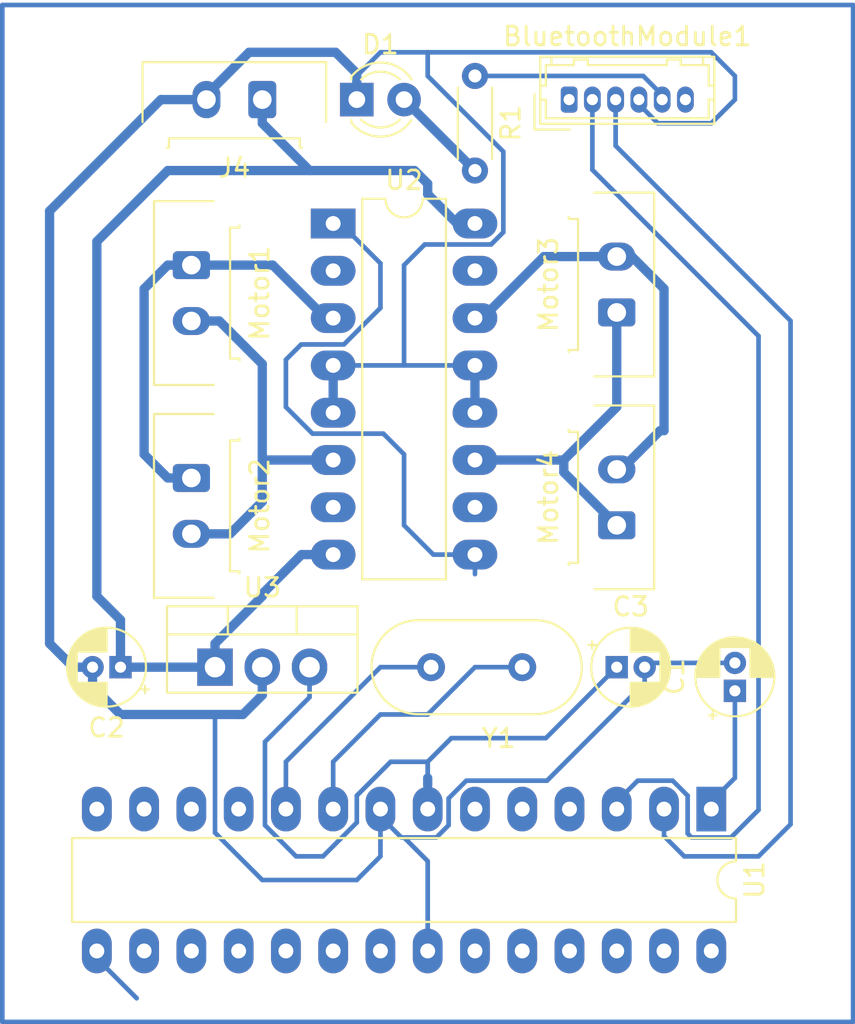
<source format=kicad_pcb>
(kicad_pcb (version 20171130) (host pcbnew "(5.0.1)-4")

  (general
    (thickness 1.6)
    (drawings 0)
    (tracks 176)
    (zones 0)
    (modules 15)
    (nets 36)
  )

  (page A4)
  (layers
    (0 F.Cu signal)
    (31 B.Cu signal)
    (32 B.Adhes user)
    (33 F.Adhes user)
    (34 B.Paste user)
    (35 F.Paste user)
    (36 B.SilkS user)
    (37 F.SilkS user)
    (38 B.Mask user)
    (39 F.Mask user)
    (40 Dwgs.User user)
    (41 Cmts.User user)
    (42 Eco1.User user)
    (43 Eco2.User user)
    (44 Edge.Cuts user)
    (45 Margin user)
    (46 B.CrtYd user)
    (47 F.CrtYd user)
    (48 B.Fab user)
    (49 F.Fab user)
  )

  (setup
    (last_trace_width 0.25)
    (user_trace_width 0.5)
    (user_trace_width 0.75)
    (user_trace_width 1.25)
    (user_trace_width 3)
    (user_trace_width 3.5)
    (trace_clearance 0.2)
    (zone_clearance 0.508)
    (zone_45_only no)
    (trace_min 0.2)
    (segment_width 0.2)
    (edge_width 0.15)
    (via_size 0.8)
    (via_drill 0.4)
    (via_min_size 0.4)
    (via_min_drill 0.3)
    (uvia_size 0.3)
    (uvia_drill 0.1)
    (uvias_allowed no)
    (uvia_min_size 0.2)
    (uvia_min_drill 0.1)
    (pcb_text_width 0.3)
    (pcb_text_size 1.5 1.5)
    (mod_edge_width 0.15)
    (mod_text_size 1 1)
    (mod_text_width 0.15)
    (pad_size 1.524 1.524)
    (pad_drill 0.762)
    (pad_to_mask_clearance 0.051)
    (solder_mask_min_width 0.25)
    (aux_axis_origin 0 0)
    (visible_elements 7FFFFFFF)
    (pcbplotparams
      (layerselection 0x010fc_ffffffff)
      (usegerberextensions false)
      (usegerberattributes false)
      (usegerberadvancedattributes false)
      (creategerberjobfile false)
      (excludeedgelayer true)
      (linewidth 0.100000)
      (plotframeref false)
      (viasonmask false)
      (mode 1)
      (useauxorigin false)
      (hpglpennumber 1)
      (hpglpenspeed 20)
      (hpglpendiameter 15.000000)
      (psnegative false)
      (psa4output false)
      (plotreference true)
      (plotvalue true)
      (plotinvisibletext false)
      (padsonsilk false)
      (subtractmaskfromsilk false)
      (outputformat 1)
      (mirror false)
      (drillshape 1)
      (scaleselection 1)
      (outputdirectory ""))
  )

  (net 0 "")
  (net 1 "Net-(BluetoothModule1-Pad1)")
  (net 2 RXD)
  (net 3 TXD)
  (net 4 gnd)
  (net 5 "Net-(BluetoothModule1-Pad5)")
  (net 6 "Net-(BluetoothModule1-Pad6)")
  (net 7 "Net-(C1-Pad1)")
  (net 8 +12V)
  (net 9 "Net-(Motor1-Pad2)")
  (net 10 "Net-(Motor1-Pad1)")
  (net 11 "Net-(U1-Pad15)")
  (net 12 "Net-(U1-Pad16)")
  (net 13 "Net-(U1-Pad17)")
  (net 14 "Net-(U1-Pad4)")
  (net 15 "Net-(U1-Pad18)")
  (net 16 "Net-(U1-Pad5)")
  (net 17 "Net-(U1-Pad19)")
  (net 18 "Net-(U1-Pad6)")
  (net 19 "Net-(U1-Pad20)")
  (net 20 "Net-(U1-Pad21)")
  (net 21 "Net-(U1-Pad9)")
  (net 22 "Net-(U1-Pad23)")
  (net 23 "Net-(U1-Pad10)")
  (net 24 "Net-(U1-Pad24)")
  (net 25 "Net-(U1-Pad11)")
  (net 26 "Net-(U1-Pad25)")
  (net 27 "Net-(U1-Pad12)")
  (net 28 "Net-(U1-Pad26)")
  (net 29 "Net-(U1-Pad13)")
  (net 30 "Net-(U1-Pad27)")
  (net 31 "Net-(U1-Pad14)")
  (net 32 "Net-(U1-Pad28)")
  (net 33 "Net-(D1-Pad2)")
  (net 34 "Net-(Motor3-Pad2)")
  (net 35 "Net-(Motor3-Pad1)")

  (net_class Default "This is the default net class."
    (clearance 0.2)
    (trace_width 0.25)
    (via_dia 0.8)
    (via_drill 0.4)
    (uvia_dia 0.3)
    (uvia_drill 0.1)
    (add_net +12V)
    (add_net "Net-(BluetoothModule1-Pad1)")
    (add_net "Net-(BluetoothModule1-Pad5)")
    (add_net "Net-(BluetoothModule1-Pad6)")
    (add_net "Net-(C1-Pad1)")
    (add_net "Net-(D1-Pad2)")
    (add_net "Net-(Motor1-Pad1)")
    (add_net "Net-(Motor1-Pad2)")
    (add_net "Net-(Motor3-Pad1)")
    (add_net "Net-(Motor3-Pad2)")
    (add_net "Net-(U1-Pad10)")
    (add_net "Net-(U1-Pad11)")
    (add_net "Net-(U1-Pad12)")
    (add_net "Net-(U1-Pad13)")
    (add_net "Net-(U1-Pad14)")
    (add_net "Net-(U1-Pad15)")
    (add_net "Net-(U1-Pad16)")
    (add_net "Net-(U1-Pad17)")
    (add_net "Net-(U1-Pad18)")
    (add_net "Net-(U1-Pad19)")
    (add_net "Net-(U1-Pad20)")
    (add_net "Net-(U1-Pad21)")
    (add_net "Net-(U1-Pad23)")
    (add_net "Net-(U1-Pad24)")
    (add_net "Net-(U1-Pad25)")
    (add_net "Net-(U1-Pad26)")
    (add_net "Net-(U1-Pad27)")
    (add_net "Net-(U1-Pad28)")
    (add_net "Net-(U1-Pad4)")
    (add_net "Net-(U1-Pad5)")
    (add_net "Net-(U1-Pad6)")
    (add_net "Net-(U1-Pad9)")
    (add_net RXD)
    (add_net TXD)
    (add_net gnd)
  )

  (module Package_DIP:DIP-28_W7.62mm_LongPads (layer F.Cu) (tedit 5A02E8C5) (tstamp 5E22CC44)
    (at 58.42 59.69 270)
    (descr "28-lead though-hole mounted DIP package, row spacing 7.62 mm (300 mils), LongPads")
    (tags "THT DIP DIL PDIP 2.54mm 7.62mm 300mil LongPads")
    (path /5E15B71E)
    (fp_text reference U1 (at 3.81 -2.33 270) (layer F.SilkS)
      (effects (font (size 1 1) (thickness 0.15)))
    )
    (fp_text value ATmega328P-PU (at 3.81 35.35 270) (layer F.Fab)
      (effects (font (size 1 1) (thickness 0.15)))
    )
    (fp_arc (start 3.81 -1.33) (end 2.81 -1.33) (angle -180) (layer F.SilkS) (width 0.12))
    (fp_line (start 1.635 -1.27) (end 6.985 -1.27) (layer F.Fab) (width 0.1))
    (fp_line (start 6.985 -1.27) (end 6.985 34.29) (layer F.Fab) (width 0.1))
    (fp_line (start 6.985 34.29) (end 0.635 34.29) (layer F.Fab) (width 0.1))
    (fp_line (start 0.635 34.29) (end 0.635 -0.27) (layer F.Fab) (width 0.1))
    (fp_line (start 0.635 -0.27) (end 1.635 -1.27) (layer F.Fab) (width 0.1))
    (fp_line (start 2.81 -1.33) (end 1.56 -1.33) (layer F.SilkS) (width 0.12))
    (fp_line (start 1.56 -1.33) (end 1.56 34.35) (layer F.SilkS) (width 0.12))
    (fp_line (start 1.56 34.35) (end 6.06 34.35) (layer F.SilkS) (width 0.12))
    (fp_line (start 6.06 34.35) (end 6.06 -1.33) (layer F.SilkS) (width 0.12))
    (fp_line (start 6.06 -1.33) (end 4.81 -1.33) (layer F.SilkS) (width 0.12))
    (fp_line (start -1.45 -1.55) (end -1.45 34.55) (layer F.CrtYd) (width 0.05))
    (fp_line (start -1.45 34.55) (end 9.1 34.55) (layer F.CrtYd) (width 0.05))
    (fp_line (start 9.1 34.55) (end 9.1 -1.55) (layer F.CrtYd) (width 0.05))
    (fp_line (start 9.1 -1.55) (end -1.45 -1.55) (layer F.CrtYd) (width 0.05))
    (fp_text user %R (at 3.81 16.51 270) (layer F.Fab)
      (effects (font (size 1 1) (thickness 0.15)))
    )
    (pad 1 thru_hole rect (at 0 0 270) (size 2.4 1.6) (drill 0.8) (layers *.Cu *.Mask)
      (net 7 "Net-(C1-Pad1)"))
    (pad 15 thru_hole oval (at 7.62 33.02 270) (size 2.4 1.6) (drill 0.8) (layers *.Cu *.Mask)
      (net 11 "Net-(U1-Pad15)"))
    (pad 2 thru_hole oval (at 0 2.54 270) (size 2.4 1.6) (drill 0.8) (layers *.Cu *.Mask)
      (net 3 TXD))
    (pad 16 thru_hole oval (at 7.62 30.48 270) (size 2.4 1.6) (drill 0.8) (layers *.Cu *.Mask)
      (net 12 "Net-(U1-Pad16)"))
    (pad 3 thru_hole oval (at 0 5.08 270) (size 2.4 1.6) (drill 0.8) (layers *.Cu *.Mask)
      (net 2 RXD))
    (pad 17 thru_hole oval (at 7.62 27.94 270) (size 2.4 1.6) (drill 0.8) (layers *.Cu *.Mask)
      (net 13 "Net-(U1-Pad17)"))
    (pad 4 thru_hole oval (at 0 7.62 270) (size 2.4 1.6) (drill 0.8) (layers *.Cu *.Mask)
      (net 14 "Net-(U1-Pad4)"))
    (pad 18 thru_hole oval (at 7.62 25.4 270) (size 2.4 1.6) (drill 0.8) (layers *.Cu *.Mask)
      (net 15 "Net-(U1-Pad18)"))
    (pad 5 thru_hole oval (at 0 10.16 270) (size 2.4 1.6) (drill 0.8) (layers *.Cu *.Mask)
      (net 16 "Net-(U1-Pad5)"))
    (pad 19 thru_hole oval (at 7.62 22.86 270) (size 2.4 1.6) (drill 0.8) (layers *.Cu *.Mask)
      (net 17 "Net-(U1-Pad19)"))
    (pad 6 thru_hole oval (at 0 12.7 270) (size 2.4 1.6) (drill 0.8) (layers *.Cu *.Mask)
      (net 18 "Net-(U1-Pad6)"))
    (pad 20 thru_hole oval (at 7.62 20.32 270) (size 2.4 1.6) (drill 0.8) (layers *.Cu *.Mask)
      (net 19 "Net-(U1-Pad20)"))
    (pad 7 thru_hole oval (at 0 15.24 270) (size 2.4 1.6) (drill 0.8) (layers *.Cu *.Mask)
      (net 5 "Net-(BluetoothModule1-Pad5)"))
    (pad 21 thru_hole oval (at 7.62 17.78 270) (size 2.4 1.6) (drill 0.8) (layers *.Cu *.Mask)
      (net 20 "Net-(U1-Pad21)"))
    (pad 8 thru_hole oval (at 0 17.78 270) (size 2.4 1.6) (drill 0.8) (layers *.Cu *.Mask)
      (net 4 gnd))
    (pad 22 thru_hole oval (at 7.62 15.24 270) (size 2.4 1.6) (drill 0.8) (layers *.Cu *.Mask)
      (net 4 gnd))
    (pad 9 thru_hole oval (at 0 20.32 270) (size 2.4 1.6) (drill 0.8) (layers *.Cu *.Mask)
      (net 21 "Net-(U1-Pad9)"))
    (pad 23 thru_hole oval (at 7.62 12.7 270) (size 2.4 1.6) (drill 0.8) (layers *.Cu *.Mask)
      (net 22 "Net-(U1-Pad23)"))
    (pad 10 thru_hole oval (at 0 22.86 270) (size 2.4 1.6) (drill 0.8) (layers *.Cu *.Mask)
      (net 23 "Net-(U1-Pad10)"))
    (pad 24 thru_hole oval (at 7.62 10.16 270) (size 2.4 1.6) (drill 0.8) (layers *.Cu *.Mask)
      (net 24 "Net-(U1-Pad24)"))
    (pad 11 thru_hole oval (at 0 25.4 270) (size 2.4 1.6) (drill 0.8) (layers *.Cu *.Mask)
      (net 25 "Net-(U1-Pad11)"))
    (pad 25 thru_hole oval (at 7.62 7.62 270) (size 2.4 1.6) (drill 0.8) (layers *.Cu *.Mask)
      (net 26 "Net-(U1-Pad25)"))
    (pad 12 thru_hole oval (at 0 27.94 270) (size 2.4 1.6) (drill 0.8) (layers *.Cu *.Mask)
      (net 27 "Net-(U1-Pad12)"))
    (pad 26 thru_hole oval (at 7.62 5.08 270) (size 2.4 1.6) (drill 0.8) (layers *.Cu *.Mask)
      (net 28 "Net-(U1-Pad26)"))
    (pad 13 thru_hole oval (at 0 30.48 270) (size 2.4 1.6) (drill 0.8) (layers *.Cu *.Mask)
      (net 29 "Net-(U1-Pad13)"))
    (pad 27 thru_hole oval (at 7.62 2.54 270) (size 2.4 1.6) (drill 0.8) (layers *.Cu *.Mask)
      (net 30 "Net-(U1-Pad27)"))
    (pad 14 thru_hole oval (at 0 33.02 270) (size 2.4 1.6) (drill 0.8) (layers *.Cu *.Mask)
      (net 31 "Net-(U1-Pad14)"))
    (pad 28 thru_hole oval (at 7.62 0 270) (size 2.4 1.6) (drill 0.8) (layers *.Cu *.Mask)
      (net 32 "Net-(U1-Pad28)"))
    (model ${KISYS3DMOD}/Package_DIP.3dshapes/DIP-28_W7.62mm.wrl
      (at (xyz 0 0 0))
      (scale (xyz 1 1 1))
      (rotate (xyz 0 0 0))
    )
  )

  (module Connector_Hirose:Hirose_DF13-06P-1.25DSA_1x06_P1.25mm_Vertical (layer F.Cu) (tedit 5B77E5EB) (tstamp 5E22C9F8)
    (at 50.78 21.59)
    (descr "Molex DF13 through hole, DF13-06P-1.25DSA, 6 Pins per row (https://www.hirose.com/product/en/products/DF13/DF13-2P-1.25DSA%2850%29/), generated with kicad-footprint-generator")
    (tags "connector Hirose  side entry")
    (path /5E15E3D6)
    (fp_text reference BluetoothModule1 (at 3.12 -3.4) (layer F.SilkS)
      (effects (font (size 1 1) (thickness 0.15)))
    )
    (fp_text value Conn_01x06 (at 3.12 2.4) (layer F.Fab)
      (effects (font (size 1 1) (thickness 0.15)))
    )
    (fp_line (start -1.45 -2.2) (end -1.45 1.2) (layer F.Fab) (width 0.1))
    (fp_line (start -1.45 1.2) (end 7.7 1.2) (layer F.Fab) (width 0.1))
    (fp_line (start 7.7 1.2) (end 7.7 -2.2) (layer F.Fab) (width 0.1))
    (fp_line (start 7.7 -2.2) (end -1.45 -2.2) (layer F.Fab) (width 0.1))
    (fp_line (start -1.55 -2.3) (end -1.55 1.3) (layer F.SilkS) (width 0.12))
    (fp_line (start -1.55 1.3) (end 7.8 1.3) (layer F.SilkS) (width 0.12))
    (fp_line (start 7.8 1.3) (end 7.8 -2.3) (layer F.SilkS) (width 0.12))
    (fp_line (start 7.8 -2.3) (end -1.55 -2.3) (layer F.SilkS) (width 0.12))
    (fp_line (start -1.86 -0.3) (end -1.86 1.61) (layer F.SilkS) (width 0.12))
    (fp_line (start -1.86 1.61) (end 0.05 1.61) (layer F.SilkS) (width 0.12))
    (fp_line (start -0.5 1.2) (end 0 0.492893) (layer F.Fab) (width 0.1))
    (fp_line (start 0 0.492893) (end 0.5 1.2) (layer F.Fab) (width 0.1))
    (fp_line (start -1.55 0) (end -1.25 0) (layer F.SilkS) (width 0.12))
    (fp_line (start -1.25 0) (end -1.25 1) (layer F.SilkS) (width 0.12))
    (fp_line (start -1.25 1) (end 7.5 1) (layer F.SilkS) (width 0.12))
    (fp_line (start 7.5 1) (end 7.5 0) (layer F.SilkS) (width 0.12))
    (fp_line (start 7.5 0) (end 7.8 0) (layer F.SilkS) (width 0.12))
    (fp_line (start -1.55 -0.75) (end -1.25 -0.75) (layer F.SilkS) (width 0.12))
    (fp_line (start -1.25 -0.75) (end -1.25 -1.85) (layer F.SilkS) (width 0.12))
    (fp_line (start -1.25 -1.85) (end -0.95 -1.85) (layer F.SilkS) (width 0.12))
    (fp_line (start -0.95 -1.85) (end -0.95 -2.3) (layer F.SilkS) (width 0.12))
    (fp_line (start 7.8 -0.75) (end 7.5 -0.75) (layer F.SilkS) (width 0.12))
    (fp_line (start 7.5 -0.75) (end 7.5 -1.85) (layer F.SilkS) (width 0.12))
    (fp_line (start 7.5 -1.85) (end 7.2 -1.85) (layer F.SilkS) (width 0.12))
    (fp_line (start 7.2 -1.85) (end 7.2 -2.3) (layer F.SilkS) (width 0.12))
    (fp_line (start -0.95 -1.85) (end 0.25 -1.85) (layer F.SilkS) (width 0.12))
    (fp_line (start 0.25 -1.85) (end 0.25 -2.15) (layer F.SilkS) (width 0.12))
    (fp_line (start 0.25 -2.15) (end 1 -2.15) (layer F.SilkS) (width 0.12))
    (fp_line (start 1 -2.15) (end 1 -1.85) (layer F.SilkS) (width 0.12))
    (fp_line (start 1 -1.85) (end 5.25 -1.85) (layer F.SilkS) (width 0.12))
    (fp_line (start 5.25 -1.85) (end 5.25 -2.15) (layer F.SilkS) (width 0.12))
    (fp_line (start 5.25 -2.15) (end 6 -2.15) (layer F.SilkS) (width 0.12))
    (fp_line (start 6 -2.15) (end 6 -1.85) (layer F.SilkS) (width 0.12))
    (fp_line (start 6 -1.85) (end 7.2 -1.85) (layer F.SilkS) (width 0.12))
    (fp_line (start -1.95 -2.7) (end -1.95 1.7) (layer F.CrtYd) (width 0.05))
    (fp_line (start -1.95 1.7) (end 8.2 1.7) (layer F.CrtYd) (width 0.05))
    (fp_line (start 8.2 1.7) (end 8.2 -2.7) (layer F.CrtYd) (width 0.05))
    (fp_line (start 8.2 -2.7) (end -1.95 -2.7) (layer F.CrtYd) (width 0.05))
    (fp_text user %R (at 3.81 -2.54) (layer F.Fab)
      (effects (font (size 1 1) (thickness 0.15)))
    )
    (pad 1 thru_hole roundrect (at 0 0) (size 0.9 1.4) (drill 0.6) (layers *.Cu *.Mask) (roundrect_rratio 0.25)
      (net 1 "Net-(BluetoothModule1-Pad1)"))
    (pad 2 thru_hole oval (at 1.25 0) (size 0.9 1.4) (drill 0.6) (layers *.Cu *.Mask)
      (net 2 RXD))
    (pad 3 thru_hole oval (at 2.5 0) (size 0.9 1.4) (drill 0.6) (layers *.Cu *.Mask)
      (net 3 TXD))
    (pad 4 thru_hole oval (at 3.75 0) (size 0.9 1.4) (drill 0.6) (layers *.Cu *.Mask)
      (net 4 gnd))
    (pad 5 thru_hole oval (at 5 0) (size 0.9 1.4) (drill 0.6) (layers *.Cu *.Mask)
      (net 5 "Net-(BluetoothModule1-Pad5)"))
    (pad 6 thru_hole oval (at 6.25 0) (size 0.9 1.4) (drill 0.6) (layers *.Cu *.Mask)
      (net 6 "Net-(BluetoothModule1-Pad6)"))
    (model ${KISYS3DMOD}/Connector_Hirose.3dshapes/Hirose_DF13-06P-1.25DSA_1x06_P1.25mm_Vertical.wrl
      (at (xyz 0 0 0))
      (scale (xyz 1 1 1))
      (rotate (xyz 0 0 0))
    )
  )

  (module Capacitor_THT:CP_Radial_D4.0mm_P1.50mm (layer F.Cu) (tedit 5AE50EF0) (tstamp 5E22CA63)
    (at 59.69 53.34 90)
    (descr "CP, Radial series, Radial, pin pitch=1.50mm, , diameter=4mm, Electrolytic Capacitor")
    (tags "CP Radial series Radial pin pitch 1.50mm  diameter 4mm Electrolytic Capacitor")
    (path /5E15BBA0)
    (fp_text reference C1 (at 0.75 -3.25 90) (layer F.SilkS)
      (effects (font (size 1 1) (thickness 0.15)))
    )
    (fp_text value CAP (at 0.75 3.25 90) (layer F.Fab)
      (effects (font (size 1 1) (thickness 0.15)))
    )
    (fp_circle (center 0.75 0) (end 2.75 0) (layer F.Fab) (width 0.1))
    (fp_circle (center 0.75 0) (end 2.87 0) (layer F.SilkS) (width 0.12))
    (fp_circle (center 0.75 0) (end 3 0) (layer F.CrtYd) (width 0.05))
    (fp_line (start -0.952554 -0.8675) (end -0.552554 -0.8675) (layer F.Fab) (width 0.1))
    (fp_line (start -0.752554 -1.0675) (end -0.752554 -0.6675) (layer F.Fab) (width 0.1))
    (fp_line (start 0.75 0.84) (end 0.75 2.08) (layer F.SilkS) (width 0.12))
    (fp_line (start 0.75 -2.08) (end 0.75 -0.84) (layer F.SilkS) (width 0.12))
    (fp_line (start 0.79 0.84) (end 0.79 2.08) (layer F.SilkS) (width 0.12))
    (fp_line (start 0.79 -2.08) (end 0.79 -0.84) (layer F.SilkS) (width 0.12))
    (fp_line (start 0.83 0.84) (end 0.83 2.079) (layer F.SilkS) (width 0.12))
    (fp_line (start 0.83 -2.079) (end 0.83 -0.84) (layer F.SilkS) (width 0.12))
    (fp_line (start 0.87 -2.077) (end 0.87 -0.84) (layer F.SilkS) (width 0.12))
    (fp_line (start 0.87 0.84) (end 0.87 2.077) (layer F.SilkS) (width 0.12))
    (fp_line (start 0.91 -2.074) (end 0.91 -0.84) (layer F.SilkS) (width 0.12))
    (fp_line (start 0.91 0.84) (end 0.91 2.074) (layer F.SilkS) (width 0.12))
    (fp_line (start 0.95 -2.071) (end 0.95 -0.84) (layer F.SilkS) (width 0.12))
    (fp_line (start 0.95 0.84) (end 0.95 2.071) (layer F.SilkS) (width 0.12))
    (fp_line (start 0.99 -2.067) (end 0.99 -0.84) (layer F.SilkS) (width 0.12))
    (fp_line (start 0.99 0.84) (end 0.99 2.067) (layer F.SilkS) (width 0.12))
    (fp_line (start 1.03 -2.062) (end 1.03 -0.84) (layer F.SilkS) (width 0.12))
    (fp_line (start 1.03 0.84) (end 1.03 2.062) (layer F.SilkS) (width 0.12))
    (fp_line (start 1.07 -2.056) (end 1.07 -0.84) (layer F.SilkS) (width 0.12))
    (fp_line (start 1.07 0.84) (end 1.07 2.056) (layer F.SilkS) (width 0.12))
    (fp_line (start 1.11 -2.05) (end 1.11 -0.84) (layer F.SilkS) (width 0.12))
    (fp_line (start 1.11 0.84) (end 1.11 2.05) (layer F.SilkS) (width 0.12))
    (fp_line (start 1.15 -2.042) (end 1.15 -0.84) (layer F.SilkS) (width 0.12))
    (fp_line (start 1.15 0.84) (end 1.15 2.042) (layer F.SilkS) (width 0.12))
    (fp_line (start 1.19 -2.034) (end 1.19 -0.84) (layer F.SilkS) (width 0.12))
    (fp_line (start 1.19 0.84) (end 1.19 2.034) (layer F.SilkS) (width 0.12))
    (fp_line (start 1.23 -2.025) (end 1.23 -0.84) (layer F.SilkS) (width 0.12))
    (fp_line (start 1.23 0.84) (end 1.23 2.025) (layer F.SilkS) (width 0.12))
    (fp_line (start 1.27 -2.016) (end 1.27 -0.84) (layer F.SilkS) (width 0.12))
    (fp_line (start 1.27 0.84) (end 1.27 2.016) (layer F.SilkS) (width 0.12))
    (fp_line (start 1.31 -2.005) (end 1.31 -0.84) (layer F.SilkS) (width 0.12))
    (fp_line (start 1.31 0.84) (end 1.31 2.005) (layer F.SilkS) (width 0.12))
    (fp_line (start 1.35 -1.994) (end 1.35 -0.84) (layer F.SilkS) (width 0.12))
    (fp_line (start 1.35 0.84) (end 1.35 1.994) (layer F.SilkS) (width 0.12))
    (fp_line (start 1.39 -1.982) (end 1.39 -0.84) (layer F.SilkS) (width 0.12))
    (fp_line (start 1.39 0.84) (end 1.39 1.982) (layer F.SilkS) (width 0.12))
    (fp_line (start 1.43 -1.968) (end 1.43 -0.84) (layer F.SilkS) (width 0.12))
    (fp_line (start 1.43 0.84) (end 1.43 1.968) (layer F.SilkS) (width 0.12))
    (fp_line (start 1.471 -1.954) (end 1.471 -0.84) (layer F.SilkS) (width 0.12))
    (fp_line (start 1.471 0.84) (end 1.471 1.954) (layer F.SilkS) (width 0.12))
    (fp_line (start 1.511 -1.94) (end 1.511 -0.84) (layer F.SilkS) (width 0.12))
    (fp_line (start 1.511 0.84) (end 1.511 1.94) (layer F.SilkS) (width 0.12))
    (fp_line (start 1.551 -1.924) (end 1.551 -0.84) (layer F.SilkS) (width 0.12))
    (fp_line (start 1.551 0.84) (end 1.551 1.924) (layer F.SilkS) (width 0.12))
    (fp_line (start 1.591 -1.907) (end 1.591 -0.84) (layer F.SilkS) (width 0.12))
    (fp_line (start 1.591 0.84) (end 1.591 1.907) (layer F.SilkS) (width 0.12))
    (fp_line (start 1.631 -1.889) (end 1.631 -0.84) (layer F.SilkS) (width 0.12))
    (fp_line (start 1.631 0.84) (end 1.631 1.889) (layer F.SilkS) (width 0.12))
    (fp_line (start 1.671 -1.87) (end 1.671 -0.84) (layer F.SilkS) (width 0.12))
    (fp_line (start 1.671 0.84) (end 1.671 1.87) (layer F.SilkS) (width 0.12))
    (fp_line (start 1.711 -1.851) (end 1.711 -0.84) (layer F.SilkS) (width 0.12))
    (fp_line (start 1.711 0.84) (end 1.711 1.851) (layer F.SilkS) (width 0.12))
    (fp_line (start 1.751 -1.83) (end 1.751 -0.84) (layer F.SilkS) (width 0.12))
    (fp_line (start 1.751 0.84) (end 1.751 1.83) (layer F.SilkS) (width 0.12))
    (fp_line (start 1.791 -1.808) (end 1.791 -0.84) (layer F.SilkS) (width 0.12))
    (fp_line (start 1.791 0.84) (end 1.791 1.808) (layer F.SilkS) (width 0.12))
    (fp_line (start 1.831 -1.785) (end 1.831 -0.84) (layer F.SilkS) (width 0.12))
    (fp_line (start 1.831 0.84) (end 1.831 1.785) (layer F.SilkS) (width 0.12))
    (fp_line (start 1.871 -1.76) (end 1.871 -0.84) (layer F.SilkS) (width 0.12))
    (fp_line (start 1.871 0.84) (end 1.871 1.76) (layer F.SilkS) (width 0.12))
    (fp_line (start 1.911 -1.735) (end 1.911 -0.84) (layer F.SilkS) (width 0.12))
    (fp_line (start 1.911 0.84) (end 1.911 1.735) (layer F.SilkS) (width 0.12))
    (fp_line (start 1.951 -1.708) (end 1.951 -0.84) (layer F.SilkS) (width 0.12))
    (fp_line (start 1.951 0.84) (end 1.951 1.708) (layer F.SilkS) (width 0.12))
    (fp_line (start 1.991 -1.68) (end 1.991 -0.84) (layer F.SilkS) (width 0.12))
    (fp_line (start 1.991 0.84) (end 1.991 1.68) (layer F.SilkS) (width 0.12))
    (fp_line (start 2.031 -1.65) (end 2.031 -0.84) (layer F.SilkS) (width 0.12))
    (fp_line (start 2.031 0.84) (end 2.031 1.65) (layer F.SilkS) (width 0.12))
    (fp_line (start 2.071 -1.619) (end 2.071 -0.84) (layer F.SilkS) (width 0.12))
    (fp_line (start 2.071 0.84) (end 2.071 1.619) (layer F.SilkS) (width 0.12))
    (fp_line (start 2.111 -1.587) (end 2.111 -0.84) (layer F.SilkS) (width 0.12))
    (fp_line (start 2.111 0.84) (end 2.111 1.587) (layer F.SilkS) (width 0.12))
    (fp_line (start 2.151 -1.552) (end 2.151 -0.84) (layer F.SilkS) (width 0.12))
    (fp_line (start 2.151 0.84) (end 2.151 1.552) (layer F.SilkS) (width 0.12))
    (fp_line (start 2.191 -1.516) (end 2.191 -0.84) (layer F.SilkS) (width 0.12))
    (fp_line (start 2.191 0.84) (end 2.191 1.516) (layer F.SilkS) (width 0.12))
    (fp_line (start 2.231 -1.478) (end 2.231 -0.84) (layer F.SilkS) (width 0.12))
    (fp_line (start 2.231 0.84) (end 2.231 1.478) (layer F.SilkS) (width 0.12))
    (fp_line (start 2.271 -1.438) (end 2.271 -0.84) (layer F.SilkS) (width 0.12))
    (fp_line (start 2.271 0.84) (end 2.271 1.438) (layer F.SilkS) (width 0.12))
    (fp_line (start 2.311 -1.396) (end 2.311 -0.84) (layer F.SilkS) (width 0.12))
    (fp_line (start 2.311 0.84) (end 2.311 1.396) (layer F.SilkS) (width 0.12))
    (fp_line (start 2.351 -1.351) (end 2.351 1.351) (layer F.SilkS) (width 0.12))
    (fp_line (start 2.391 -1.304) (end 2.391 1.304) (layer F.SilkS) (width 0.12))
    (fp_line (start 2.431 -1.254) (end 2.431 1.254) (layer F.SilkS) (width 0.12))
    (fp_line (start 2.471 -1.2) (end 2.471 1.2) (layer F.SilkS) (width 0.12))
    (fp_line (start 2.511 -1.142) (end 2.511 1.142) (layer F.SilkS) (width 0.12))
    (fp_line (start 2.551 -1.08) (end 2.551 1.08) (layer F.SilkS) (width 0.12))
    (fp_line (start 2.591 -1.013) (end 2.591 1.013) (layer F.SilkS) (width 0.12))
    (fp_line (start 2.631 -0.94) (end 2.631 0.94) (layer F.SilkS) (width 0.12))
    (fp_line (start 2.671 -0.859) (end 2.671 0.859) (layer F.SilkS) (width 0.12))
    (fp_line (start 2.711 -0.768) (end 2.711 0.768) (layer F.SilkS) (width 0.12))
    (fp_line (start 2.751 -0.664) (end 2.751 0.664) (layer F.SilkS) (width 0.12))
    (fp_line (start 2.791 -0.537) (end 2.791 0.537) (layer F.SilkS) (width 0.12))
    (fp_line (start 2.831 -0.37) (end 2.831 0.37) (layer F.SilkS) (width 0.12))
    (fp_line (start -1.519801 -1.195) (end -1.119801 -1.195) (layer F.SilkS) (width 0.12))
    (fp_line (start -1.319801 -1.395) (end -1.319801 -0.995) (layer F.SilkS) (width 0.12))
    (fp_text user %R (at 0.75 0 90) (layer F.Fab)
      (effects (font (size 0.8 0.8) (thickness 0.12)))
    )
    (pad 1 thru_hole rect (at 0 0 90) (size 1.2 1.2) (drill 0.6) (layers *.Cu *.Mask)
      (net 7 "Net-(C1-Pad1)"))
    (pad 2 thru_hole circle (at 1.5 0 90) (size 1.2 1.2) (drill 0.6) (layers *.Cu *.Mask)
      (net 4 gnd))
    (model ${KISYS3DMOD}/Capacitor_THT.3dshapes/CP_Radial_D4.0mm_P1.50mm.wrl
      (at (xyz 0 0 0))
      (scale (xyz 1 1 1))
      (rotate (xyz 0 0 0))
    )
  )

  (module Capacitor_THT:CP_Radial_D4.0mm_P1.50mm (layer F.Cu) (tedit 5AE50EF0) (tstamp 5E22CACE)
    (at 26.67 52.07 180)
    (descr "CP, Radial series, Radial, pin pitch=1.50mm, , diameter=4mm, Electrolytic Capacitor")
    (tags "CP Radial series Radial pin pitch 1.50mm  diameter 4mm Electrolytic Capacitor")
    (path /5E1801C3)
    (fp_text reference C2 (at 0.75 -3.25 180) (layer F.SilkS)
      (effects (font (size 1 1) (thickness 0.15)))
    )
    (fp_text value CAP (at 0.75 3.25 180) (layer F.Fab)
      (effects (font (size 1 1) (thickness 0.15)))
    )
    (fp_text user %R (at 0.75 0 180) (layer F.Fab)
      (effects (font (size 0.8 0.8) (thickness 0.12)))
    )
    (fp_line (start -1.319801 -1.395) (end -1.319801 -0.995) (layer F.SilkS) (width 0.12))
    (fp_line (start -1.519801 -1.195) (end -1.119801 -1.195) (layer F.SilkS) (width 0.12))
    (fp_line (start 2.831 -0.37) (end 2.831 0.37) (layer F.SilkS) (width 0.12))
    (fp_line (start 2.791 -0.537) (end 2.791 0.537) (layer F.SilkS) (width 0.12))
    (fp_line (start 2.751 -0.664) (end 2.751 0.664) (layer F.SilkS) (width 0.12))
    (fp_line (start 2.711 -0.768) (end 2.711 0.768) (layer F.SilkS) (width 0.12))
    (fp_line (start 2.671 -0.859) (end 2.671 0.859) (layer F.SilkS) (width 0.12))
    (fp_line (start 2.631 -0.94) (end 2.631 0.94) (layer F.SilkS) (width 0.12))
    (fp_line (start 2.591 -1.013) (end 2.591 1.013) (layer F.SilkS) (width 0.12))
    (fp_line (start 2.551 -1.08) (end 2.551 1.08) (layer F.SilkS) (width 0.12))
    (fp_line (start 2.511 -1.142) (end 2.511 1.142) (layer F.SilkS) (width 0.12))
    (fp_line (start 2.471 -1.2) (end 2.471 1.2) (layer F.SilkS) (width 0.12))
    (fp_line (start 2.431 -1.254) (end 2.431 1.254) (layer F.SilkS) (width 0.12))
    (fp_line (start 2.391 -1.304) (end 2.391 1.304) (layer F.SilkS) (width 0.12))
    (fp_line (start 2.351 -1.351) (end 2.351 1.351) (layer F.SilkS) (width 0.12))
    (fp_line (start 2.311 0.84) (end 2.311 1.396) (layer F.SilkS) (width 0.12))
    (fp_line (start 2.311 -1.396) (end 2.311 -0.84) (layer F.SilkS) (width 0.12))
    (fp_line (start 2.271 0.84) (end 2.271 1.438) (layer F.SilkS) (width 0.12))
    (fp_line (start 2.271 -1.438) (end 2.271 -0.84) (layer F.SilkS) (width 0.12))
    (fp_line (start 2.231 0.84) (end 2.231 1.478) (layer F.SilkS) (width 0.12))
    (fp_line (start 2.231 -1.478) (end 2.231 -0.84) (layer F.SilkS) (width 0.12))
    (fp_line (start 2.191 0.84) (end 2.191 1.516) (layer F.SilkS) (width 0.12))
    (fp_line (start 2.191 -1.516) (end 2.191 -0.84) (layer F.SilkS) (width 0.12))
    (fp_line (start 2.151 0.84) (end 2.151 1.552) (layer F.SilkS) (width 0.12))
    (fp_line (start 2.151 -1.552) (end 2.151 -0.84) (layer F.SilkS) (width 0.12))
    (fp_line (start 2.111 0.84) (end 2.111 1.587) (layer F.SilkS) (width 0.12))
    (fp_line (start 2.111 -1.587) (end 2.111 -0.84) (layer F.SilkS) (width 0.12))
    (fp_line (start 2.071 0.84) (end 2.071 1.619) (layer F.SilkS) (width 0.12))
    (fp_line (start 2.071 -1.619) (end 2.071 -0.84) (layer F.SilkS) (width 0.12))
    (fp_line (start 2.031 0.84) (end 2.031 1.65) (layer F.SilkS) (width 0.12))
    (fp_line (start 2.031 -1.65) (end 2.031 -0.84) (layer F.SilkS) (width 0.12))
    (fp_line (start 1.991 0.84) (end 1.991 1.68) (layer F.SilkS) (width 0.12))
    (fp_line (start 1.991 -1.68) (end 1.991 -0.84) (layer F.SilkS) (width 0.12))
    (fp_line (start 1.951 0.84) (end 1.951 1.708) (layer F.SilkS) (width 0.12))
    (fp_line (start 1.951 -1.708) (end 1.951 -0.84) (layer F.SilkS) (width 0.12))
    (fp_line (start 1.911 0.84) (end 1.911 1.735) (layer F.SilkS) (width 0.12))
    (fp_line (start 1.911 -1.735) (end 1.911 -0.84) (layer F.SilkS) (width 0.12))
    (fp_line (start 1.871 0.84) (end 1.871 1.76) (layer F.SilkS) (width 0.12))
    (fp_line (start 1.871 -1.76) (end 1.871 -0.84) (layer F.SilkS) (width 0.12))
    (fp_line (start 1.831 0.84) (end 1.831 1.785) (layer F.SilkS) (width 0.12))
    (fp_line (start 1.831 -1.785) (end 1.831 -0.84) (layer F.SilkS) (width 0.12))
    (fp_line (start 1.791 0.84) (end 1.791 1.808) (layer F.SilkS) (width 0.12))
    (fp_line (start 1.791 -1.808) (end 1.791 -0.84) (layer F.SilkS) (width 0.12))
    (fp_line (start 1.751 0.84) (end 1.751 1.83) (layer F.SilkS) (width 0.12))
    (fp_line (start 1.751 -1.83) (end 1.751 -0.84) (layer F.SilkS) (width 0.12))
    (fp_line (start 1.711 0.84) (end 1.711 1.851) (layer F.SilkS) (width 0.12))
    (fp_line (start 1.711 -1.851) (end 1.711 -0.84) (layer F.SilkS) (width 0.12))
    (fp_line (start 1.671 0.84) (end 1.671 1.87) (layer F.SilkS) (width 0.12))
    (fp_line (start 1.671 -1.87) (end 1.671 -0.84) (layer F.SilkS) (width 0.12))
    (fp_line (start 1.631 0.84) (end 1.631 1.889) (layer F.SilkS) (width 0.12))
    (fp_line (start 1.631 -1.889) (end 1.631 -0.84) (layer F.SilkS) (width 0.12))
    (fp_line (start 1.591 0.84) (end 1.591 1.907) (layer F.SilkS) (width 0.12))
    (fp_line (start 1.591 -1.907) (end 1.591 -0.84) (layer F.SilkS) (width 0.12))
    (fp_line (start 1.551 0.84) (end 1.551 1.924) (layer F.SilkS) (width 0.12))
    (fp_line (start 1.551 -1.924) (end 1.551 -0.84) (layer F.SilkS) (width 0.12))
    (fp_line (start 1.511 0.84) (end 1.511 1.94) (layer F.SilkS) (width 0.12))
    (fp_line (start 1.511 -1.94) (end 1.511 -0.84) (layer F.SilkS) (width 0.12))
    (fp_line (start 1.471 0.84) (end 1.471 1.954) (layer F.SilkS) (width 0.12))
    (fp_line (start 1.471 -1.954) (end 1.471 -0.84) (layer F.SilkS) (width 0.12))
    (fp_line (start 1.43 0.84) (end 1.43 1.968) (layer F.SilkS) (width 0.12))
    (fp_line (start 1.43 -1.968) (end 1.43 -0.84) (layer F.SilkS) (width 0.12))
    (fp_line (start 1.39 0.84) (end 1.39 1.982) (layer F.SilkS) (width 0.12))
    (fp_line (start 1.39 -1.982) (end 1.39 -0.84) (layer F.SilkS) (width 0.12))
    (fp_line (start 1.35 0.84) (end 1.35 1.994) (layer F.SilkS) (width 0.12))
    (fp_line (start 1.35 -1.994) (end 1.35 -0.84) (layer F.SilkS) (width 0.12))
    (fp_line (start 1.31 0.84) (end 1.31 2.005) (layer F.SilkS) (width 0.12))
    (fp_line (start 1.31 -2.005) (end 1.31 -0.84) (layer F.SilkS) (width 0.12))
    (fp_line (start 1.27 0.84) (end 1.27 2.016) (layer F.SilkS) (width 0.12))
    (fp_line (start 1.27 -2.016) (end 1.27 -0.84) (layer F.SilkS) (width 0.12))
    (fp_line (start 1.23 0.84) (end 1.23 2.025) (layer F.SilkS) (width 0.12))
    (fp_line (start 1.23 -2.025) (end 1.23 -0.84) (layer F.SilkS) (width 0.12))
    (fp_line (start 1.19 0.84) (end 1.19 2.034) (layer F.SilkS) (width 0.12))
    (fp_line (start 1.19 -2.034) (end 1.19 -0.84) (layer F.SilkS) (width 0.12))
    (fp_line (start 1.15 0.84) (end 1.15 2.042) (layer F.SilkS) (width 0.12))
    (fp_line (start 1.15 -2.042) (end 1.15 -0.84) (layer F.SilkS) (width 0.12))
    (fp_line (start 1.11 0.84) (end 1.11 2.05) (layer F.SilkS) (width 0.12))
    (fp_line (start 1.11 -2.05) (end 1.11 -0.84) (layer F.SilkS) (width 0.12))
    (fp_line (start 1.07 0.84) (end 1.07 2.056) (layer F.SilkS) (width 0.12))
    (fp_line (start 1.07 -2.056) (end 1.07 -0.84) (layer F.SilkS) (width 0.12))
    (fp_line (start 1.03 0.84) (end 1.03 2.062) (layer F.SilkS) (width 0.12))
    (fp_line (start 1.03 -2.062) (end 1.03 -0.84) (layer F.SilkS) (width 0.12))
    (fp_line (start 0.99 0.84) (end 0.99 2.067) (layer F.SilkS) (width 0.12))
    (fp_line (start 0.99 -2.067) (end 0.99 -0.84) (layer F.SilkS) (width 0.12))
    (fp_line (start 0.95 0.84) (end 0.95 2.071) (layer F.SilkS) (width 0.12))
    (fp_line (start 0.95 -2.071) (end 0.95 -0.84) (layer F.SilkS) (width 0.12))
    (fp_line (start 0.91 0.84) (end 0.91 2.074) (layer F.SilkS) (width 0.12))
    (fp_line (start 0.91 -2.074) (end 0.91 -0.84) (layer F.SilkS) (width 0.12))
    (fp_line (start 0.87 0.84) (end 0.87 2.077) (layer F.SilkS) (width 0.12))
    (fp_line (start 0.87 -2.077) (end 0.87 -0.84) (layer F.SilkS) (width 0.12))
    (fp_line (start 0.83 -2.079) (end 0.83 -0.84) (layer F.SilkS) (width 0.12))
    (fp_line (start 0.83 0.84) (end 0.83 2.079) (layer F.SilkS) (width 0.12))
    (fp_line (start 0.79 -2.08) (end 0.79 -0.84) (layer F.SilkS) (width 0.12))
    (fp_line (start 0.79 0.84) (end 0.79 2.08) (layer F.SilkS) (width 0.12))
    (fp_line (start 0.75 -2.08) (end 0.75 -0.84) (layer F.SilkS) (width 0.12))
    (fp_line (start 0.75 0.84) (end 0.75 2.08) (layer F.SilkS) (width 0.12))
    (fp_line (start -0.752554 -1.0675) (end -0.752554 -0.6675) (layer F.Fab) (width 0.1))
    (fp_line (start -0.952554 -0.8675) (end -0.552554 -0.8675) (layer F.Fab) (width 0.1))
    (fp_circle (center 0.75 0) (end 3 0) (layer F.CrtYd) (width 0.05))
    (fp_circle (center 0.75 0) (end 2.87 0) (layer F.SilkS) (width 0.12))
    (fp_circle (center 0.75 0) (end 2.75 0) (layer F.Fab) (width 0.1))
    (pad 2 thru_hole circle (at 1.5 0 180) (size 1.2 1.2) (drill 0.6) (layers *.Cu *.Mask)
      (net 4 gnd))
    (pad 1 thru_hole rect (at 0 0 180) (size 1.2 1.2) (drill 0.6) (layers *.Cu *.Mask)
      (net 8 +12V))
    (model ${KISYS3DMOD}/Capacitor_THT.3dshapes/CP_Radial_D4.0mm_P1.50mm.wrl
      (at (xyz 0 0 0))
      (scale (xyz 1 1 1))
      (rotate (xyz 0 0 0))
    )
  )

  (module Capacitor_THT:CP_Radial_D4.0mm_P1.50mm (layer F.Cu) (tedit 5AE50EF0) (tstamp 5E22CB39)
    (at 53.34 52.07)
    (descr "CP, Radial series, Radial, pin pitch=1.50mm, , diameter=4mm, Electrolytic Capacitor")
    (tags "CP Radial series Radial pin pitch 1.50mm  diameter 4mm Electrolytic Capacitor")
    (path /5E18021F)
    (fp_text reference C3 (at 0.75 -3.25) (layer F.SilkS)
      (effects (font (size 1 1) (thickness 0.15)))
    )
    (fp_text value CAP (at 0.75 3.25) (layer F.Fab)
      (effects (font (size 1 1) (thickness 0.15)))
    )
    (fp_circle (center 0.75 0) (end 2.75 0) (layer F.Fab) (width 0.1))
    (fp_circle (center 0.75 0) (end 2.87 0) (layer F.SilkS) (width 0.12))
    (fp_circle (center 0.75 0) (end 3 0) (layer F.CrtYd) (width 0.05))
    (fp_line (start -0.952554 -0.8675) (end -0.552554 -0.8675) (layer F.Fab) (width 0.1))
    (fp_line (start -0.752554 -1.0675) (end -0.752554 -0.6675) (layer F.Fab) (width 0.1))
    (fp_line (start 0.75 0.84) (end 0.75 2.08) (layer F.SilkS) (width 0.12))
    (fp_line (start 0.75 -2.08) (end 0.75 -0.84) (layer F.SilkS) (width 0.12))
    (fp_line (start 0.79 0.84) (end 0.79 2.08) (layer F.SilkS) (width 0.12))
    (fp_line (start 0.79 -2.08) (end 0.79 -0.84) (layer F.SilkS) (width 0.12))
    (fp_line (start 0.83 0.84) (end 0.83 2.079) (layer F.SilkS) (width 0.12))
    (fp_line (start 0.83 -2.079) (end 0.83 -0.84) (layer F.SilkS) (width 0.12))
    (fp_line (start 0.87 -2.077) (end 0.87 -0.84) (layer F.SilkS) (width 0.12))
    (fp_line (start 0.87 0.84) (end 0.87 2.077) (layer F.SilkS) (width 0.12))
    (fp_line (start 0.91 -2.074) (end 0.91 -0.84) (layer F.SilkS) (width 0.12))
    (fp_line (start 0.91 0.84) (end 0.91 2.074) (layer F.SilkS) (width 0.12))
    (fp_line (start 0.95 -2.071) (end 0.95 -0.84) (layer F.SilkS) (width 0.12))
    (fp_line (start 0.95 0.84) (end 0.95 2.071) (layer F.SilkS) (width 0.12))
    (fp_line (start 0.99 -2.067) (end 0.99 -0.84) (layer F.SilkS) (width 0.12))
    (fp_line (start 0.99 0.84) (end 0.99 2.067) (layer F.SilkS) (width 0.12))
    (fp_line (start 1.03 -2.062) (end 1.03 -0.84) (layer F.SilkS) (width 0.12))
    (fp_line (start 1.03 0.84) (end 1.03 2.062) (layer F.SilkS) (width 0.12))
    (fp_line (start 1.07 -2.056) (end 1.07 -0.84) (layer F.SilkS) (width 0.12))
    (fp_line (start 1.07 0.84) (end 1.07 2.056) (layer F.SilkS) (width 0.12))
    (fp_line (start 1.11 -2.05) (end 1.11 -0.84) (layer F.SilkS) (width 0.12))
    (fp_line (start 1.11 0.84) (end 1.11 2.05) (layer F.SilkS) (width 0.12))
    (fp_line (start 1.15 -2.042) (end 1.15 -0.84) (layer F.SilkS) (width 0.12))
    (fp_line (start 1.15 0.84) (end 1.15 2.042) (layer F.SilkS) (width 0.12))
    (fp_line (start 1.19 -2.034) (end 1.19 -0.84) (layer F.SilkS) (width 0.12))
    (fp_line (start 1.19 0.84) (end 1.19 2.034) (layer F.SilkS) (width 0.12))
    (fp_line (start 1.23 -2.025) (end 1.23 -0.84) (layer F.SilkS) (width 0.12))
    (fp_line (start 1.23 0.84) (end 1.23 2.025) (layer F.SilkS) (width 0.12))
    (fp_line (start 1.27 -2.016) (end 1.27 -0.84) (layer F.SilkS) (width 0.12))
    (fp_line (start 1.27 0.84) (end 1.27 2.016) (layer F.SilkS) (width 0.12))
    (fp_line (start 1.31 -2.005) (end 1.31 -0.84) (layer F.SilkS) (width 0.12))
    (fp_line (start 1.31 0.84) (end 1.31 2.005) (layer F.SilkS) (width 0.12))
    (fp_line (start 1.35 -1.994) (end 1.35 -0.84) (layer F.SilkS) (width 0.12))
    (fp_line (start 1.35 0.84) (end 1.35 1.994) (layer F.SilkS) (width 0.12))
    (fp_line (start 1.39 -1.982) (end 1.39 -0.84) (layer F.SilkS) (width 0.12))
    (fp_line (start 1.39 0.84) (end 1.39 1.982) (layer F.SilkS) (width 0.12))
    (fp_line (start 1.43 -1.968) (end 1.43 -0.84) (layer F.SilkS) (width 0.12))
    (fp_line (start 1.43 0.84) (end 1.43 1.968) (layer F.SilkS) (width 0.12))
    (fp_line (start 1.471 -1.954) (end 1.471 -0.84) (layer F.SilkS) (width 0.12))
    (fp_line (start 1.471 0.84) (end 1.471 1.954) (layer F.SilkS) (width 0.12))
    (fp_line (start 1.511 -1.94) (end 1.511 -0.84) (layer F.SilkS) (width 0.12))
    (fp_line (start 1.511 0.84) (end 1.511 1.94) (layer F.SilkS) (width 0.12))
    (fp_line (start 1.551 -1.924) (end 1.551 -0.84) (layer F.SilkS) (width 0.12))
    (fp_line (start 1.551 0.84) (end 1.551 1.924) (layer F.SilkS) (width 0.12))
    (fp_line (start 1.591 -1.907) (end 1.591 -0.84) (layer F.SilkS) (width 0.12))
    (fp_line (start 1.591 0.84) (end 1.591 1.907) (layer F.SilkS) (width 0.12))
    (fp_line (start 1.631 -1.889) (end 1.631 -0.84) (layer F.SilkS) (width 0.12))
    (fp_line (start 1.631 0.84) (end 1.631 1.889) (layer F.SilkS) (width 0.12))
    (fp_line (start 1.671 -1.87) (end 1.671 -0.84) (layer F.SilkS) (width 0.12))
    (fp_line (start 1.671 0.84) (end 1.671 1.87) (layer F.SilkS) (width 0.12))
    (fp_line (start 1.711 -1.851) (end 1.711 -0.84) (layer F.SilkS) (width 0.12))
    (fp_line (start 1.711 0.84) (end 1.711 1.851) (layer F.SilkS) (width 0.12))
    (fp_line (start 1.751 -1.83) (end 1.751 -0.84) (layer F.SilkS) (width 0.12))
    (fp_line (start 1.751 0.84) (end 1.751 1.83) (layer F.SilkS) (width 0.12))
    (fp_line (start 1.791 -1.808) (end 1.791 -0.84) (layer F.SilkS) (width 0.12))
    (fp_line (start 1.791 0.84) (end 1.791 1.808) (layer F.SilkS) (width 0.12))
    (fp_line (start 1.831 -1.785) (end 1.831 -0.84) (layer F.SilkS) (width 0.12))
    (fp_line (start 1.831 0.84) (end 1.831 1.785) (layer F.SilkS) (width 0.12))
    (fp_line (start 1.871 -1.76) (end 1.871 -0.84) (layer F.SilkS) (width 0.12))
    (fp_line (start 1.871 0.84) (end 1.871 1.76) (layer F.SilkS) (width 0.12))
    (fp_line (start 1.911 -1.735) (end 1.911 -0.84) (layer F.SilkS) (width 0.12))
    (fp_line (start 1.911 0.84) (end 1.911 1.735) (layer F.SilkS) (width 0.12))
    (fp_line (start 1.951 -1.708) (end 1.951 -0.84) (layer F.SilkS) (width 0.12))
    (fp_line (start 1.951 0.84) (end 1.951 1.708) (layer F.SilkS) (width 0.12))
    (fp_line (start 1.991 -1.68) (end 1.991 -0.84) (layer F.SilkS) (width 0.12))
    (fp_line (start 1.991 0.84) (end 1.991 1.68) (layer F.SilkS) (width 0.12))
    (fp_line (start 2.031 -1.65) (end 2.031 -0.84) (layer F.SilkS) (width 0.12))
    (fp_line (start 2.031 0.84) (end 2.031 1.65) (layer F.SilkS) (width 0.12))
    (fp_line (start 2.071 -1.619) (end 2.071 -0.84) (layer F.SilkS) (width 0.12))
    (fp_line (start 2.071 0.84) (end 2.071 1.619) (layer F.SilkS) (width 0.12))
    (fp_line (start 2.111 -1.587) (end 2.111 -0.84) (layer F.SilkS) (width 0.12))
    (fp_line (start 2.111 0.84) (end 2.111 1.587) (layer F.SilkS) (width 0.12))
    (fp_line (start 2.151 -1.552) (end 2.151 -0.84) (layer F.SilkS) (width 0.12))
    (fp_line (start 2.151 0.84) (end 2.151 1.552) (layer F.SilkS) (width 0.12))
    (fp_line (start 2.191 -1.516) (end 2.191 -0.84) (layer F.SilkS) (width 0.12))
    (fp_line (start 2.191 0.84) (end 2.191 1.516) (layer F.SilkS) (width 0.12))
    (fp_line (start 2.231 -1.478) (end 2.231 -0.84) (layer F.SilkS) (width 0.12))
    (fp_line (start 2.231 0.84) (end 2.231 1.478) (layer F.SilkS) (width 0.12))
    (fp_line (start 2.271 -1.438) (end 2.271 -0.84) (layer F.SilkS) (width 0.12))
    (fp_line (start 2.271 0.84) (end 2.271 1.438) (layer F.SilkS) (width 0.12))
    (fp_line (start 2.311 -1.396) (end 2.311 -0.84) (layer F.SilkS) (width 0.12))
    (fp_line (start 2.311 0.84) (end 2.311 1.396) (layer F.SilkS) (width 0.12))
    (fp_line (start 2.351 -1.351) (end 2.351 1.351) (layer F.SilkS) (width 0.12))
    (fp_line (start 2.391 -1.304) (end 2.391 1.304) (layer F.SilkS) (width 0.12))
    (fp_line (start 2.431 -1.254) (end 2.431 1.254) (layer F.SilkS) (width 0.12))
    (fp_line (start 2.471 -1.2) (end 2.471 1.2) (layer F.SilkS) (width 0.12))
    (fp_line (start 2.511 -1.142) (end 2.511 1.142) (layer F.SilkS) (width 0.12))
    (fp_line (start 2.551 -1.08) (end 2.551 1.08) (layer F.SilkS) (width 0.12))
    (fp_line (start 2.591 -1.013) (end 2.591 1.013) (layer F.SilkS) (width 0.12))
    (fp_line (start 2.631 -0.94) (end 2.631 0.94) (layer F.SilkS) (width 0.12))
    (fp_line (start 2.671 -0.859) (end 2.671 0.859) (layer F.SilkS) (width 0.12))
    (fp_line (start 2.711 -0.768) (end 2.711 0.768) (layer F.SilkS) (width 0.12))
    (fp_line (start 2.751 -0.664) (end 2.751 0.664) (layer F.SilkS) (width 0.12))
    (fp_line (start 2.791 -0.537) (end 2.791 0.537) (layer F.SilkS) (width 0.12))
    (fp_line (start 2.831 -0.37) (end 2.831 0.37) (layer F.SilkS) (width 0.12))
    (fp_line (start -1.519801 -1.195) (end -1.119801 -1.195) (layer F.SilkS) (width 0.12))
    (fp_line (start -1.319801 -1.395) (end -1.319801 -0.995) (layer F.SilkS) (width 0.12))
    (fp_text user %R (at 0.75 0) (layer F.Fab)
      (effects (font (size 0.8 0.8) (thickness 0.12)))
    )
    (pad 1 thru_hole rect (at 0 0) (size 1.2 1.2) (drill 0.6) (layers *.Cu *.Mask)
      (net 5 "Net-(BluetoothModule1-Pad5)"))
    (pad 2 thru_hole circle (at 1.5 0) (size 1.2 1.2) (drill 0.6) (layers *.Cu *.Mask)
      (net 4 gnd))
    (model ${KISYS3DMOD}/Capacitor_THT.3dshapes/CP_Radial_D4.0mm_P1.50mm.wrl
      (at (xyz 0 0 0))
      (scale (xyz 1 1 1))
      (rotate (xyz 0 0 0))
    )
  )

  (module LED_THT:LED_D3.0mm_IRGrey (layer F.Cu) (tedit 5A6C9BB8) (tstamp 5E22CB4D)
    (at 39.37 21.59)
    (descr "IR-LED, diameter 3.0mm, 2 pins, color: grey")
    (tags "IR infrared LED diameter 3.0mm 2 pins grey")
    (path /5E19243C)
    (fp_text reference D1 (at 1.27 -2.96) (layer F.SilkS)
      (effects (font (size 1 1) (thickness 0.15)))
    )
    (fp_text value LED (at 1.27 2.96) (layer F.Fab)
      (effects (font (size 1 1) (thickness 0.15)))
    )
    (fp_text user %R (at 1.47 0) (layer F.Fab)
      (effects (font (size 0.8 0.8) (thickness 0.12)))
    )
    (fp_line (start -0.23 -1.16619) (end -0.23 1.16619) (layer F.Fab) (width 0.1))
    (fp_line (start -0.29 -1.236) (end -0.29 -1.08) (layer F.SilkS) (width 0.12))
    (fp_line (start -0.29 1.08) (end -0.29 1.236) (layer F.SilkS) (width 0.12))
    (fp_line (start -1.15 -2.25) (end -1.15 2.25) (layer F.CrtYd) (width 0.05))
    (fp_line (start -1.15 2.25) (end 3.7 2.25) (layer F.CrtYd) (width 0.05))
    (fp_line (start 3.7 2.25) (end 3.7 -2.25) (layer F.CrtYd) (width 0.05))
    (fp_line (start 3.7 -2.25) (end -1.15 -2.25) (layer F.CrtYd) (width 0.05))
    (fp_circle (center 1.27 0) (end 2.77 0) (layer F.Fab) (width 0.1))
    (fp_arc (start 1.27 0) (end -0.23 -1.16619) (angle 284.3) (layer F.Fab) (width 0.1))
    (fp_arc (start 1.27 0) (end -0.29 -1.235516) (angle 108.8) (layer F.SilkS) (width 0.12))
    (fp_arc (start 1.27 0) (end -0.29 1.235516) (angle -108.8) (layer F.SilkS) (width 0.12))
    (fp_arc (start 1.27 0) (end 0.229039 -1.08) (angle 87.9) (layer F.SilkS) (width 0.12))
    (fp_arc (start 1.27 0) (end 0.229039 1.08) (angle -87.9) (layer F.SilkS) (width 0.12))
    (pad 1 thru_hole rect (at 0 0) (size 1.8 1.8) (drill 0.9) (layers *.Cu *.Mask)
      (net 4 gnd))
    (pad 2 thru_hole circle (at 2.54 0) (size 1.8 1.8) (drill 0.9) (layers *.Cu *.Mask)
      (net 33 "Net-(D1-Pad2)"))
    (model ${KISYS3DMOD}/LED_THT.3dshapes/LED_D3.0mm_IRGrey.wrl
      (at (xyz 0 0 0))
      (scale (xyz 1 1 1))
      (rotate (xyz 0 0 0))
    )
  )

  (module Connector_Molex:Molex_Micro-Fit_3.0_43650-0215_1x02_P3.00mm_Vertical (layer F.Cu) (tedit 5B78140A) (tstamp 5E22CB71)
    (at 34.29 21.59 180)
    (descr "Molex Micro-Fit 3.0 Connector System, 43650-0215 (compatible alternatives: 43650-0216, 43650-0217), 2 Pins per row (http://www.molex.com/pdm_docs/sd/436500215_sd.pdf), generated with kicad-footprint-generator")
    (tags "connector Molex Micro-Fit_3.0 side entry")
    (path /5E15CCEF)
    (fp_text reference J4 (at 1.5 -3.67 180) (layer F.SilkS)
      (effects (font (size 1 1) (thickness 0.15)))
    )
    (fp_text value "12V Supply" (at 1.5 4.5 180) (layer F.Fab)
      (effects (font (size 1 1) (thickness 0.15)))
    )
    (fp_line (start -2.125 -1.97) (end -2.125 -2.47) (layer F.Fab) (width 0.1))
    (fp_line (start -2.125 -2.47) (end -3.325 -2.47) (layer F.Fab) (width 0.1))
    (fp_line (start -3.325 -2.47) (end -3.325 1.9) (layer F.Fab) (width 0.1))
    (fp_line (start -3.325 1.9) (end 6.325 1.9) (layer F.Fab) (width 0.1))
    (fp_line (start 6.325 1.9) (end 6.325 -2.47) (layer F.Fab) (width 0.1))
    (fp_line (start 6.325 -2.47) (end 5.125 -2.47) (layer F.Fab) (width 0.1))
    (fp_line (start 5.125 -2.47) (end 5.125 -1.97) (layer F.Fab) (width 0.1))
    (fp_line (start 5.125 -1.97) (end -2.125 -1.97) (layer F.Fab) (width 0.1))
    (fp_line (start -3.325 -1.34) (end -2.125 -1.97) (layer F.Fab) (width 0.1))
    (fp_line (start 6.325 -1.34) (end 5.125 -1.97) (layer F.Fab) (width 0.1))
    (fp_line (start 0.8 1.9) (end 0.8 3.3) (layer F.Fab) (width 0.1))
    (fp_line (start 0.8 3.3) (end 2.2 3.3) (layer F.Fab) (width 0.1))
    (fp_line (start 2.2 3.3) (end 2.2 1.9) (layer F.Fab) (width 0.1))
    (fp_line (start -0.5 -1.97) (end 0 -1.262893) (layer F.Fab) (width 0.1))
    (fp_line (start 0 -1.262893) (end 0.5 -1.97) (layer F.Fab) (width 0.1))
    (fp_line (start -3.435 -1.2) (end -3.435 2.01) (layer F.SilkS) (width 0.12))
    (fp_line (start -3.435 2.01) (end 6.435 2.01) (layer F.SilkS) (width 0.12))
    (fp_line (start 6.435 2.01) (end 6.435 -1.2) (layer F.SilkS) (width 0.12))
    (fp_line (start -2.13 -2.58) (end -2.015 -2.58) (layer F.SilkS) (width 0.12))
    (fp_line (start -2.015 -2.58) (end -2.015 -2.08) (layer F.SilkS) (width 0.12))
    (fp_line (start -2.015 -2.08) (end 5.015 -2.08) (layer F.SilkS) (width 0.12))
    (fp_line (start 5.015 -2.08) (end 5.015 -2.58) (layer F.SilkS) (width 0.12))
    (fp_line (start 5.015 -2.58) (end 5.13 -2.58) (layer F.SilkS) (width 0.12))
    (fp_line (start -3.82 -2.97) (end 6.82 -2.97) (layer F.CrtYd) (width 0.05))
    (fp_line (start 6.82 -2.97) (end 6.82 3.8) (layer F.CrtYd) (width 0.05))
    (fp_line (start 6.82 3.8) (end -3.82 3.8) (layer F.CrtYd) (width 0.05))
    (fp_line (start -3.82 3.8) (end -3.82 -2.97) (layer F.CrtYd) (width 0.05))
    (fp_text user %R (at 1.5 1.2 180) (layer F.Fab)
      (effects (font (size 1 1) (thickness 0.15)))
    )
    (pad "" np_thru_hole circle (at -3 -1.96 180) (size 1 1) (drill 1) (layers *.Cu *.Mask))
    (pad "" np_thru_hole circle (at 6 -1.96 180) (size 1 1) (drill 1) (layers *.Cu *.Mask))
    (pad 1 thru_hole roundrect (at 0 0 180) (size 1.5 2) (drill 1) (layers *.Cu *.Mask) (roundrect_rratio 0.166667)
      (net 8 +12V))
    (pad 2 thru_hole oval (at 3 0 180) (size 1.5 2) (drill 1) (layers *.Cu *.Mask)
      (net 4 gnd))
    (model ${KISYS3DMOD}/Connector_Molex.3dshapes/Molex_Micro-Fit_3.0_43650-0215_1x02_P3.00mm_Vertical.wrl
      (at (xyz 0 0 0))
      (scale (xyz 1 1 1))
      (rotate (xyz 0 0 0))
    )
  )

  (module Connector_Molex:Molex_Micro-Fit_3.0_43650-0215_1x02_P3.00mm_Vertical (layer F.Cu) (tedit 5B78140A) (tstamp 5E22CB95)
    (at 30.48 30.48 270)
    (descr "Molex Micro-Fit 3.0 Connector System, 43650-0215 (compatible alternatives: 43650-0216, 43650-0217), 2 Pins per row (http://www.molex.com/pdm_docs/sd/436500215_sd.pdf), generated with kicad-footprint-generator")
    (tags "connector Molex Micro-Fit_3.0 side entry")
    (path /5E173633)
    (fp_text reference Motor1 (at 1.5 -3.67 270) (layer F.SilkS)
      (effects (font (size 1 1) (thickness 0.15)))
    )
    (fp_text value Conn_01x02_Female (at 1.5 4.5 270) (layer F.Fab)
      (effects (font (size 1 1) (thickness 0.15)))
    )
    (fp_line (start -2.125 -1.97) (end -2.125 -2.47) (layer F.Fab) (width 0.1))
    (fp_line (start -2.125 -2.47) (end -3.325 -2.47) (layer F.Fab) (width 0.1))
    (fp_line (start -3.325 -2.47) (end -3.325 1.9) (layer F.Fab) (width 0.1))
    (fp_line (start -3.325 1.9) (end 6.325 1.9) (layer F.Fab) (width 0.1))
    (fp_line (start 6.325 1.9) (end 6.325 -2.47) (layer F.Fab) (width 0.1))
    (fp_line (start 6.325 -2.47) (end 5.125 -2.47) (layer F.Fab) (width 0.1))
    (fp_line (start 5.125 -2.47) (end 5.125 -1.97) (layer F.Fab) (width 0.1))
    (fp_line (start 5.125 -1.97) (end -2.125 -1.97) (layer F.Fab) (width 0.1))
    (fp_line (start -3.325 -1.34) (end -2.125 -1.97) (layer F.Fab) (width 0.1))
    (fp_line (start 6.325 -1.34) (end 5.125 -1.97) (layer F.Fab) (width 0.1))
    (fp_line (start 0.8 1.9) (end 0.8 3.3) (layer F.Fab) (width 0.1))
    (fp_line (start 0.8 3.3) (end 2.2 3.3) (layer F.Fab) (width 0.1))
    (fp_line (start 2.2 3.3) (end 2.2 1.9) (layer F.Fab) (width 0.1))
    (fp_line (start -0.5 -1.97) (end 0 -1.262893) (layer F.Fab) (width 0.1))
    (fp_line (start 0 -1.262893) (end 0.5 -1.97) (layer F.Fab) (width 0.1))
    (fp_line (start -3.435 -1.2) (end -3.435 2.01) (layer F.SilkS) (width 0.12))
    (fp_line (start -3.435 2.01) (end 6.435 2.01) (layer F.SilkS) (width 0.12))
    (fp_line (start 6.435 2.01) (end 6.435 -1.2) (layer F.SilkS) (width 0.12))
    (fp_line (start -2.13 -2.58) (end -2.015 -2.58) (layer F.SilkS) (width 0.12))
    (fp_line (start -2.015 -2.58) (end -2.015 -2.08) (layer F.SilkS) (width 0.12))
    (fp_line (start -2.015 -2.08) (end 5.015 -2.08) (layer F.SilkS) (width 0.12))
    (fp_line (start 5.015 -2.08) (end 5.015 -2.58) (layer F.SilkS) (width 0.12))
    (fp_line (start 5.015 -2.58) (end 5.13 -2.58) (layer F.SilkS) (width 0.12))
    (fp_line (start -3.82 -2.97) (end 6.82 -2.97) (layer F.CrtYd) (width 0.05))
    (fp_line (start 6.82 -2.97) (end 6.82 3.8) (layer F.CrtYd) (width 0.05))
    (fp_line (start 6.82 3.8) (end -3.82 3.8) (layer F.CrtYd) (width 0.05))
    (fp_line (start -3.82 3.8) (end -3.82 -2.97) (layer F.CrtYd) (width 0.05))
    (fp_text user %R (at 1.5 1.2 270) (layer F.Fab)
      (effects (font (size 1 1) (thickness 0.15)))
    )
    (pad "" np_thru_hole circle (at -3 -1.96 270) (size 1 1) (drill 1) (layers *.Cu *.Mask))
    (pad "" np_thru_hole circle (at 6 -1.96 270) (size 1 1) (drill 1) (layers *.Cu *.Mask))
    (pad 1 thru_hole roundrect (at 0 0 270) (size 1.5 2) (drill 1) (layers *.Cu *.Mask) (roundrect_rratio 0.166667)
      (net 10 "Net-(Motor1-Pad1)"))
    (pad 2 thru_hole oval (at 3 0 270) (size 1.5 2) (drill 1) (layers *.Cu *.Mask)
      (net 9 "Net-(Motor1-Pad2)"))
    (model ${KISYS3DMOD}/Connector_Molex.3dshapes/Molex_Micro-Fit_3.0_43650-0215_1x02_P3.00mm_Vertical.wrl
      (at (xyz 0 0 0))
      (scale (xyz 1 1 1))
      (rotate (xyz 0 0 0))
    )
  )

  (module Connector_Molex:Molex_Micro-Fit_3.0_43650-0215_1x02_P3.00mm_Vertical (layer F.Cu) (tedit 5B78140A) (tstamp 5E22CBB9)
    (at 30.48 41.91 270)
    (descr "Molex Micro-Fit 3.0 Connector System, 43650-0215 (compatible alternatives: 43650-0216, 43650-0217), 2 Pins per row (http://www.molex.com/pdm_docs/sd/436500215_sd.pdf), generated with kicad-footprint-generator")
    (tags "connector Molex Micro-Fit_3.0 side entry")
    (path /5E16635E)
    (fp_text reference Motor2 (at 1.5 -3.67 270) (layer F.SilkS)
      (effects (font (size 1 1) (thickness 0.15)))
    )
    (fp_text value Conn_01x02_Female (at 1.5 4.5 270) (layer F.Fab)
      (effects (font (size 1 1) (thickness 0.15)))
    )
    (fp_text user %R (at 1.5 1.2 270) (layer F.Fab)
      (effects (font (size 1 1) (thickness 0.15)))
    )
    (fp_line (start -3.82 3.8) (end -3.82 -2.97) (layer F.CrtYd) (width 0.05))
    (fp_line (start 6.82 3.8) (end -3.82 3.8) (layer F.CrtYd) (width 0.05))
    (fp_line (start 6.82 -2.97) (end 6.82 3.8) (layer F.CrtYd) (width 0.05))
    (fp_line (start -3.82 -2.97) (end 6.82 -2.97) (layer F.CrtYd) (width 0.05))
    (fp_line (start 5.015 -2.58) (end 5.13 -2.58) (layer F.SilkS) (width 0.12))
    (fp_line (start 5.015 -2.08) (end 5.015 -2.58) (layer F.SilkS) (width 0.12))
    (fp_line (start -2.015 -2.08) (end 5.015 -2.08) (layer F.SilkS) (width 0.12))
    (fp_line (start -2.015 -2.58) (end -2.015 -2.08) (layer F.SilkS) (width 0.12))
    (fp_line (start -2.13 -2.58) (end -2.015 -2.58) (layer F.SilkS) (width 0.12))
    (fp_line (start 6.435 2.01) (end 6.435 -1.2) (layer F.SilkS) (width 0.12))
    (fp_line (start -3.435 2.01) (end 6.435 2.01) (layer F.SilkS) (width 0.12))
    (fp_line (start -3.435 -1.2) (end -3.435 2.01) (layer F.SilkS) (width 0.12))
    (fp_line (start 0 -1.262893) (end 0.5 -1.97) (layer F.Fab) (width 0.1))
    (fp_line (start -0.5 -1.97) (end 0 -1.262893) (layer F.Fab) (width 0.1))
    (fp_line (start 2.2 3.3) (end 2.2 1.9) (layer F.Fab) (width 0.1))
    (fp_line (start 0.8 3.3) (end 2.2 3.3) (layer F.Fab) (width 0.1))
    (fp_line (start 0.8 1.9) (end 0.8 3.3) (layer F.Fab) (width 0.1))
    (fp_line (start 6.325 -1.34) (end 5.125 -1.97) (layer F.Fab) (width 0.1))
    (fp_line (start -3.325 -1.34) (end -2.125 -1.97) (layer F.Fab) (width 0.1))
    (fp_line (start 5.125 -1.97) (end -2.125 -1.97) (layer F.Fab) (width 0.1))
    (fp_line (start 5.125 -2.47) (end 5.125 -1.97) (layer F.Fab) (width 0.1))
    (fp_line (start 6.325 -2.47) (end 5.125 -2.47) (layer F.Fab) (width 0.1))
    (fp_line (start 6.325 1.9) (end 6.325 -2.47) (layer F.Fab) (width 0.1))
    (fp_line (start -3.325 1.9) (end 6.325 1.9) (layer F.Fab) (width 0.1))
    (fp_line (start -3.325 -2.47) (end -3.325 1.9) (layer F.Fab) (width 0.1))
    (fp_line (start -2.125 -2.47) (end -3.325 -2.47) (layer F.Fab) (width 0.1))
    (fp_line (start -2.125 -1.97) (end -2.125 -2.47) (layer F.Fab) (width 0.1))
    (pad 2 thru_hole oval (at 3 0 270) (size 1.5 2) (drill 1) (layers *.Cu *.Mask)
      (net 9 "Net-(Motor1-Pad2)"))
    (pad 1 thru_hole roundrect (at 0 0 270) (size 1.5 2) (drill 1) (layers *.Cu *.Mask) (roundrect_rratio 0.166667)
      (net 10 "Net-(Motor1-Pad1)"))
    (pad "" np_thru_hole circle (at 6 -1.96 270) (size 1 1) (drill 1) (layers *.Cu *.Mask))
    (pad "" np_thru_hole circle (at -3 -1.96 270) (size 1 1) (drill 1) (layers *.Cu *.Mask))
    (model ${KISYS3DMOD}/Connector_Molex.3dshapes/Molex_Micro-Fit_3.0_43650-0215_1x02_P3.00mm_Vertical.wrl
      (at (xyz 0 0 0))
      (scale (xyz 1 1 1))
      (rotate (xyz 0 0 0))
    )
  )

  (module Connector_Molex:Molex_Micro-Fit_3.0_43650-0215_1x02_P3.00mm_Vertical (layer F.Cu) (tedit 5B78140A) (tstamp 5E22CBDD)
    (at 53.34 33.02 90)
    (descr "Molex Micro-Fit 3.0 Connector System, 43650-0215 (compatible alternatives: 43650-0216, 43650-0217), 2 Pins per row (http://www.molex.com/pdm_docs/sd/436500215_sd.pdf), generated with kicad-footprint-generator")
    (tags "connector Molex Micro-Fit_3.0 side entry")
    (path /5E19704B)
    (fp_text reference Motor3 (at 1.5 -3.67 90) (layer F.SilkS)
      (effects (font (size 1 1) (thickness 0.15)))
    )
    (fp_text value Conn_01x02_Female (at 1.5 4.5 90) (layer F.Fab)
      (effects (font (size 1 1) (thickness 0.15)))
    )
    (fp_text user %R (at 1.5 1.2 90) (layer F.Fab)
      (effects (font (size 1 1) (thickness 0.15)))
    )
    (fp_line (start -3.82 3.8) (end -3.82 -2.97) (layer F.CrtYd) (width 0.05))
    (fp_line (start 6.82 3.8) (end -3.82 3.8) (layer F.CrtYd) (width 0.05))
    (fp_line (start 6.82 -2.97) (end 6.82 3.8) (layer F.CrtYd) (width 0.05))
    (fp_line (start -3.82 -2.97) (end 6.82 -2.97) (layer F.CrtYd) (width 0.05))
    (fp_line (start 5.015 -2.58) (end 5.13 -2.58) (layer F.SilkS) (width 0.12))
    (fp_line (start 5.015 -2.08) (end 5.015 -2.58) (layer F.SilkS) (width 0.12))
    (fp_line (start -2.015 -2.08) (end 5.015 -2.08) (layer F.SilkS) (width 0.12))
    (fp_line (start -2.015 -2.58) (end -2.015 -2.08) (layer F.SilkS) (width 0.12))
    (fp_line (start -2.13 -2.58) (end -2.015 -2.58) (layer F.SilkS) (width 0.12))
    (fp_line (start 6.435 2.01) (end 6.435 -1.2) (layer F.SilkS) (width 0.12))
    (fp_line (start -3.435 2.01) (end 6.435 2.01) (layer F.SilkS) (width 0.12))
    (fp_line (start -3.435 -1.2) (end -3.435 2.01) (layer F.SilkS) (width 0.12))
    (fp_line (start 0 -1.262893) (end 0.5 -1.97) (layer F.Fab) (width 0.1))
    (fp_line (start -0.5 -1.97) (end 0 -1.262893) (layer F.Fab) (width 0.1))
    (fp_line (start 2.2 3.3) (end 2.2 1.9) (layer F.Fab) (width 0.1))
    (fp_line (start 0.8 3.3) (end 2.2 3.3) (layer F.Fab) (width 0.1))
    (fp_line (start 0.8 1.9) (end 0.8 3.3) (layer F.Fab) (width 0.1))
    (fp_line (start 6.325 -1.34) (end 5.125 -1.97) (layer F.Fab) (width 0.1))
    (fp_line (start -3.325 -1.34) (end -2.125 -1.97) (layer F.Fab) (width 0.1))
    (fp_line (start 5.125 -1.97) (end -2.125 -1.97) (layer F.Fab) (width 0.1))
    (fp_line (start 5.125 -2.47) (end 5.125 -1.97) (layer F.Fab) (width 0.1))
    (fp_line (start 6.325 -2.47) (end 5.125 -2.47) (layer F.Fab) (width 0.1))
    (fp_line (start 6.325 1.9) (end 6.325 -2.47) (layer F.Fab) (width 0.1))
    (fp_line (start -3.325 1.9) (end 6.325 1.9) (layer F.Fab) (width 0.1))
    (fp_line (start -3.325 -2.47) (end -3.325 1.9) (layer F.Fab) (width 0.1))
    (fp_line (start -2.125 -2.47) (end -3.325 -2.47) (layer F.Fab) (width 0.1))
    (fp_line (start -2.125 -1.97) (end -2.125 -2.47) (layer F.Fab) (width 0.1))
    (pad 2 thru_hole oval (at 3 0 90) (size 1.5 2) (drill 1) (layers *.Cu *.Mask)
      (net 34 "Net-(Motor3-Pad2)"))
    (pad 1 thru_hole roundrect (at 0 0 90) (size 1.5 2) (drill 1) (layers *.Cu *.Mask) (roundrect_rratio 0.166667)
      (net 35 "Net-(Motor3-Pad1)"))
    (pad "" np_thru_hole circle (at 6 -1.96 90) (size 1 1) (drill 1) (layers *.Cu *.Mask))
    (pad "" np_thru_hole circle (at -3 -1.96 90) (size 1 1) (drill 1) (layers *.Cu *.Mask))
    (model ${KISYS3DMOD}/Connector_Molex.3dshapes/Molex_Micro-Fit_3.0_43650-0215_1x02_P3.00mm_Vertical.wrl
      (at (xyz 0 0 0))
      (scale (xyz 1 1 1))
      (rotate (xyz 0 0 0))
    )
  )

  (module Connector_Molex:Molex_Micro-Fit_3.0_43650-0215_1x02_P3.00mm_Vertical (layer F.Cu) (tedit 5B78140A) (tstamp 5E22CC01)
    (at 53.34 44.45 90)
    (descr "Molex Micro-Fit 3.0 Connector System, 43650-0215 (compatible alternatives: 43650-0216, 43650-0217), 2 Pins per row (http://www.molex.com/pdm_docs/sd/436500215_sd.pdf), generated with kicad-footprint-generator")
    (tags "connector Molex Micro-Fit_3.0 side entry")
    (path /5E19707D)
    (fp_text reference Motor4 (at 1.5 -3.67 90) (layer F.SilkS)
      (effects (font (size 1 1) (thickness 0.15)))
    )
    (fp_text value Conn_01x02_Female (at 1.5 4.5 90) (layer F.Fab)
      (effects (font (size 1 1) (thickness 0.15)))
    )
    (fp_line (start -2.125 -1.97) (end -2.125 -2.47) (layer F.Fab) (width 0.1))
    (fp_line (start -2.125 -2.47) (end -3.325 -2.47) (layer F.Fab) (width 0.1))
    (fp_line (start -3.325 -2.47) (end -3.325 1.9) (layer F.Fab) (width 0.1))
    (fp_line (start -3.325 1.9) (end 6.325 1.9) (layer F.Fab) (width 0.1))
    (fp_line (start 6.325 1.9) (end 6.325 -2.47) (layer F.Fab) (width 0.1))
    (fp_line (start 6.325 -2.47) (end 5.125 -2.47) (layer F.Fab) (width 0.1))
    (fp_line (start 5.125 -2.47) (end 5.125 -1.97) (layer F.Fab) (width 0.1))
    (fp_line (start 5.125 -1.97) (end -2.125 -1.97) (layer F.Fab) (width 0.1))
    (fp_line (start -3.325 -1.34) (end -2.125 -1.97) (layer F.Fab) (width 0.1))
    (fp_line (start 6.325 -1.34) (end 5.125 -1.97) (layer F.Fab) (width 0.1))
    (fp_line (start 0.8 1.9) (end 0.8 3.3) (layer F.Fab) (width 0.1))
    (fp_line (start 0.8 3.3) (end 2.2 3.3) (layer F.Fab) (width 0.1))
    (fp_line (start 2.2 3.3) (end 2.2 1.9) (layer F.Fab) (width 0.1))
    (fp_line (start -0.5 -1.97) (end 0 -1.262893) (layer F.Fab) (width 0.1))
    (fp_line (start 0 -1.262893) (end 0.5 -1.97) (layer F.Fab) (width 0.1))
    (fp_line (start -3.435 -1.2) (end -3.435 2.01) (layer F.SilkS) (width 0.12))
    (fp_line (start -3.435 2.01) (end 6.435 2.01) (layer F.SilkS) (width 0.12))
    (fp_line (start 6.435 2.01) (end 6.435 -1.2) (layer F.SilkS) (width 0.12))
    (fp_line (start -2.13 -2.58) (end -2.015 -2.58) (layer F.SilkS) (width 0.12))
    (fp_line (start -2.015 -2.58) (end -2.015 -2.08) (layer F.SilkS) (width 0.12))
    (fp_line (start -2.015 -2.08) (end 5.015 -2.08) (layer F.SilkS) (width 0.12))
    (fp_line (start 5.015 -2.08) (end 5.015 -2.58) (layer F.SilkS) (width 0.12))
    (fp_line (start 5.015 -2.58) (end 5.13 -2.58) (layer F.SilkS) (width 0.12))
    (fp_line (start -3.82 -2.97) (end 6.82 -2.97) (layer F.CrtYd) (width 0.05))
    (fp_line (start 6.82 -2.97) (end 6.82 3.8) (layer F.CrtYd) (width 0.05))
    (fp_line (start 6.82 3.8) (end -3.82 3.8) (layer F.CrtYd) (width 0.05))
    (fp_line (start -3.82 3.8) (end -3.82 -2.97) (layer F.CrtYd) (width 0.05))
    (fp_text user %R (at 1.5 1.2 90) (layer F.Fab)
      (effects (font (size 1 1) (thickness 0.15)))
    )
    (pad "" np_thru_hole circle (at -3 -1.96 90) (size 1 1) (drill 1) (layers *.Cu *.Mask))
    (pad "" np_thru_hole circle (at 6 -1.96 90) (size 1 1) (drill 1) (layers *.Cu *.Mask))
    (pad 1 thru_hole roundrect (at 0 0 90) (size 1.5 2) (drill 1) (layers *.Cu *.Mask) (roundrect_rratio 0.166667)
      (net 35 "Net-(Motor3-Pad1)"))
    (pad 2 thru_hole oval (at 3 0 90) (size 1.5 2) (drill 1) (layers *.Cu *.Mask)
      (net 34 "Net-(Motor3-Pad2)"))
    (model ${KISYS3DMOD}/Connector_Molex.3dshapes/Molex_Micro-Fit_3.0_43650-0215_1x02_P3.00mm_Vertical.wrl
      (at (xyz 0 0 0))
      (scale (xyz 1 1 1))
      (rotate (xyz 0 0 0))
    )
  )

  (module Resistor_THT:R_Axial_DIN0204_L3.6mm_D1.6mm_P5.08mm_Horizontal (layer F.Cu) (tedit 5AE5139B) (tstamp 5E22CC14)
    (at 45.72 20.32 270)
    (descr "Resistor, Axial_DIN0204 series, Axial, Horizontal, pin pitch=5.08mm, 0.167W, length*diameter=3.6*1.6mm^2, http://cdn-reichelt.de/documents/datenblatt/B400/1_4W%23YAG.pdf")
    (tags "Resistor Axial_DIN0204 series Axial Horizontal pin pitch 5.08mm 0.167W length 3.6mm diameter 1.6mm")
    (path /5E192397)
    (fp_text reference R1 (at 2.54 -1.92 270) (layer F.SilkS)
      (effects (font (size 1 1) (thickness 0.15)))
    )
    (fp_text value R (at 2.54 1.92 270) (layer F.Fab)
      (effects (font (size 1 1) (thickness 0.15)))
    )
    (fp_line (start 0.74 -0.8) (end 0.74 0.8) (layer F.Fab) (width 0.1))
    (fp_line (start 0.74 0.8) (end 4.34 0.8) (layer F.Fab) (width 0.1))
    (fp_line (start 4.34 0.8) (end 4.34 -0.8) (layer F.Fab) (width 0.1))
    (fp_line (start 4.34 -0.8) (end 0.74 -0.8) (layer F.Fab) (width 0.1))
    (fp_line (start 0 0) (end 0.74 0) (layer F.Fab) (width 0.1))
    (fp_line (start 5.08 0) (end 4.34 0) (layer F.Fab) (width 0.1))
    (fp_line (start 0.62 -0.92) (end 4.46 -0.92) (layer F.SilkS) (width 0.12))
    (fp_line (start 0.62 0.92) (end 4.46 0.92) (layer F.SilkS) (width 0.12))
    (fp_line (start -0.95 -1.05) (end -0.95 1.05) (layer F.CrtYd) (width 0.05))
    (fp_line (start -0.95 1.05) (end 6.03 1.05) (layer F.CrtYd) (width 0.05))
    (fp_line (start 6.03 1.05) (end 6.03 -1.05) (layer F.CrtYd) (width 0.05))
    (fp_line (start 6.03 -1.05) (end -0.95 -1.05) (layer F.CrtYd) (width 0.05))
    (fp_text user %R (at 2.54 0 270) (layer F.Fab)
      (effects (font (size 0.72 0.72) (thickness 0.108)))
    )
    (pad 1 thru_hole circle (at 0 0 270) (size 1.4 1.4) (drill 0.7) (layers *.Cu *.Mask)
      (net 5 "Net-(BluetoothModule1-Pad5)"))
    (pad 2 thru_hole oval (at 5.08 0 270) (size 1.4 1.4) (drill 0.7) (layers *.Cu *.Mask)
      (net 33 "Net-(D1-Pad2)"))
    (model ${KISYS3DMOD}/Resistor_THT.3dshapes/R_Axial_DIN0204_L3.6mm_D1.6mm_P5.08mm_Horizontal.wrl
      (at (xyz 0 0 0))
      (scale (xyz 1 1 1))
      (rotate (xyz 0 0 0))
    )
  )

  (module Package_DIP:DIP-16_W7.62mm_LongPads (layer F.Cu) (tedit 5A02E8C5) (tstamp 5E22CC68)
    (at 38.1 28.245001)
    (descr "16-lead though-hole mounted DIP package, row spacing 7.62 mm (300 mils), LongPads")
    (tags "THT DIP DIL PDIP 2.54mm 7.62mm 300mil LongPads")
    (path /5E15C2BF)
    (fp_text reference U2 (at 3.81 -2.33) (layer F.SilkS)
      (effects (font (size 1 1) (thickness 0.15)))
    )
    (fp_text value L293D (at 3.81 20.014999) (layer F.Fab)
      (effects (font (size 1 1) (thickness 0.15)))
    )
    (fp_arc (start 3.81 -1.33) (end 2.81 -1.33) (angle -180) (layer F.SilkS) (width 0.12))
    (fp_line (start 1.635 -1.27) (end 6.985 -1.27) (layer F.Fab) (width 0.1))
    (fp_line (start 6.985 -1.27) (end 6.985 19.05) (layer F.Fab) (width 0.1))
    (fp_line (start 6.985 19.05) (end 0.635 19.05) (layer F.Fab) (width 0.1))
    (fp_line (start 0.635 19.05) (end 0.635 -0.27) (layer F.Fab) (width 0.1))
    (fp_line (start 0.635 -0.27) (end 1.635 -1.27) (layer F.Fab) (width 0.1))
    (fp_line (start 2.81 -1.33) (end 1.56 -1.33) (layer F.SilkS) (width 0.12))
    (fp_line (start 1.56 -1.33) (end 1.56 19.11) (layer F.SilkS) (width 0.12))
    (fp_line (start 1.56 19.11) (end 6.06 19.11) (layer F.SilkS) (width 0.12))
    (fp_line (start 6.06 19.11) (end 6.06 -1.33) (layer F.SilkS) (width 0.12))
    (fp_line (start 6.06 -1.33) (end 4.81 -1.33) (layer F.SilkS) (width 0.12))
    (fp_line (start -1.45 -1.55) (end -1.45 19.3) (layer F.CrtYd) (width 0.05))
    (fp_line (start -1.45 19.3) (end 9.1 19.3) (layer F.CrtYd) (width 0.05))
    (fp_line (start 9.1 19.3) (end 9.1 -1.55) (layer F.CrtYd) (width 0.05))
    (fp_line (start 9.1 -1.55) (end -1.45 -1.55) (layer F.CrtYd) (width 0.05))
    (fp_text user %R (at 3.81 8.89) (layer F.Fab)
      (effects (font (size 1 1) (thickness 0.15)))
    )
    (pad 1 thru_hole rect (at 0 0) (size 2.4 1.6) (drill 0.8) (layers *.Cu *.Mask)
      (net 11 "Net-(U1-Pad15)"))
    (pad 9 thru_hole oval (at 7.62 17.78) (size 2.4 1.6) (drill 0.8) (layers *.Cu *.Mask)
      (net 11 "Net-(U1-Pad15)"))
    (pad 2 thru_hole oval (at 0 2.54) (size 2.4 1.6) (drill 0.8) (layers *.Cu *.Mask)
      (net 22 "Net-(U1-Pad23)"))
    (pad 10 thru_hole oval (at 7.62 15.24) (size 2.4 1.6) (drill 0.8) (layers *.Cu *.Mask)
      (net 26 "Net-(U1-Pad25)"))
    (pad 3 thru_hole oval (at 0 5.08) (size 2.4 1.6) (drill 0.8) (layers *.Cu *.Mask)
      (net 10 "Net-(Motor1-Pad1)"))
    (pad 11 thru_hole oval (at 7.62 12.7) (size 2.4 1.6) (drill 0.8) (layers *.Cu *.Mask)
      (net 35 "Net-(Motor3-Pad1)"))
    (pad 4 thru_hole oval (at 0 7.62) (size 2.4 1.6) (drill 0.8) (layers *.Cu *.Mask)
      (net 4 gnd))
    (pad 12 thru_hole oval (at 7.62 10.16) (size 2.4 1.6) (drill 0.8) (layers *.Cu *.Mask)
      (net 4 gnd))
    (pad 5 thru_hole oval (at 0 10.16) (size 2.4 1.6) (drill 0.8) (layers *.Cu *.Mask)
      (net 4 gnd))
    (pad 13 thru_hole oval (at 7.62 7.62) (size 2.4 1.6) (drill 0.8) (layers *.Cu *.Mask)
      (net 4 gnd))
    (pad 6 thru_hole oval (at 0 12.7) (size 2.4 1.6) (drill 0.8) (layers *.Cu *.Mask)
      (net 9 "Net-(Motor1-Pad2)"))
    (pad 14 thru_hole oval (at 7.62 5.08) (size 2.4 1.6) (drill 0.8) (layers *.Cu *.Mask)
      (net 34 "Net-(Motor3-Pad2)"))
    (pad 7 thru_hole oval (at 0 15.24) (size 2.4 1.6) (drill 0.8) (layers *.Cu *.Mask)
      (net 24 "Net-(U1-Pad24)"))
    (pad 15 thru_hole oval (at 7.62 2.54) (size 2.4 1.6) (drill 0.8) (layers *.Cu *.Mask)
      (net 28 "Net-(U1-Pad26)"))
    (pad 8 thru_hole oval (at 0 17.78) (size 2.4 1.6) (drill 0.8) (layers *.Cu *.Mask)
      (net 8 +12V))
    (pad 16 thru_hole oval (at 7.62 0) (size 2.4 1.6) (drill 0.8) (layers *.Cu *.Mask)
      (net 8 +12V))
    (model ${KISYS3DMOD}/Package_DIP.3dshapes/DIP-16_W7.62mm.wrl
      (at (xyz 0 0 0))
      (scale (xyz 1 1 1))
      (rotate (xyz 0 0 0))
    )
  )

  (module Package_TO_SOT_THT:TO-220-3_Vertical (layer F.Cu) (tedit 5AC8BA0D) (tstamp 5E22CC82)
    (at 31.75 52.07)
    (descr "TO-220-3, Vertical, RM 2.54mm, see https://www.vishay.com/docs/66542/to-220-1.pdf")
    (tags "TO-220-3 Vertical RM 2.54mm")
    (path /5E180115)
    (fp_text reference U3 (at 2.54 -4.27) (layer F.SilkS)
      (effects (font (size 1 1) (thickness 0.15)))
    )
    (fp_text value LM7805_TO220 (at 2.54 2.5) (layer F.Fab)
      (effects (font (size 1 1) (thickness 0.15)))
    )
    (fp_line (start -2.46 -3.15) (end -2.46 1.25) (layer F.Fab) (width 0.1))
    (fp_line (start -2.46 1.25) (end 7.54 1.25) (layer F.Fab) (width 0.1))
    (fp_line (start 7.54 1.25) (end 7.54 -3.15) (layer F.Fab) (width 0.1))
    (fp_line (start 7.54 -3.15) (end -2.46 -3.15) (layer F.Fab) (width 0.1))
    (fp_line (start -2.46 -1.88) (end 7.54 -1.88) (layer F.Fab) (width 0.1))
    (fp_line (start 0.69 -3.15) (end 0.69 -1.88) (layer F.Fab) (width 0.1))
    (fp_line (start 4.39 -3.15) (end 4.39 -1.88) (layer F.Fab) (width 0.1))
    (fp_line (start -2.58 -3.27) (end 7.66 -3.27) (layer F.SilkS) (width 0.12))
    (fp_line (start -2.58 1.371) (end 7.66 1.371) (layer F.SilkS) (width 0.12))
    (fp_line (start -2.58 -3.27) (end -2.58 1.371) (layer F.SilkS) (width 0.12))
    (fp_line (start 7.66 -3.27) (end 7.66 1.371) (layer F.SilkS) (width 0.12))
    (fp_line (start -2.58 -1.76) (end 7.66 -1.76) (layer F.SilkS) (width 0.12))
    (fp_line (start 0.69 -3.27) (end 0.69 -1.76) (layer F.SilkS) (width 0.12))
    (fp_line (start 4.391 -3.27) (end 4.391 -1.76) (layer F.SilkS) (width 0.12))
    (fp_line (start -2.71 -3.4) (end -2.71 1.51) (layer F.CrtYd) (width 0.05))
    (fp_line (start -2.71 1.51) (end 7.79 1.51) (layer F.CrtYd) (width 0.05))
    (fp_line (start 7.79 1.51) (end 7.79 -3.4) (layer F.CrtYd) (width 0.05))
    (fp_line (start 7.79 -3.4) (end -2.71 -3.4) (layer F.CrtYd) (width 0.05))
    (fp_text user %R (at 2.54 -4.27) (layer F.Fab)
      (effects (font (size 1 1) (thickness 0.15)))
    )
    (pad 1 thru_hole rect (at 0 0) (size 1.905 2) (drill 1.1) (layers *.Cu *.Mask)
      (net 8 +12V))
    (pad 2 thru_hole oval (at 2.54 0) (size 1.905 2) (drill 1.1) (layers *.Cu *.Mask)
      (net 4 gnd))
    (pad 3 thru_hole oval (at 5.08 0) (size 1.905 2) (drill 1.1) (layers *.Cu *.Mask)
      (net 5 "Net-(BluetoothModule1-Pad5)"))
    (model ${KISYS3DMOD}/Package_TO_SOT_THT.3dshapes/TO-220-3_Vertical.wrl
      (at (xyz 0 0 0))
      (scale (xyz 1 1 1))
      (rotate (xyz 0 0 0))
    )
  )

  (module Crystal:Crystal_HC18-U_Vertical (layer F.Cu) (tedit 5A1AD3B7) (tstamp 5E22CC99)
    (at 48.26 52.07 180)
    (descr "Crystal THT HC-18/U, http://5hertz.com/pdfs/04404_D.pdf")
    (tags "THT crystalHC-18/U")
    (path /5E15BE5D)
    (fp_text reference Y1 (at 1.27 -3.81 180) (layer F.SilkS)
      (effects (font (size 1 1) (thickness 0.15)))
    )
    (fp_text value Crystal (at 2.45 3.525 180) (layer F.Fab)
      (effects (font (size 1 1) (thickness 0.15)))
    )
    (fp_text user %R (at 2.45 0 180) (layer F.Fab)
      (effects (font (size 1 1) (thickness 0.15)))
    )
    (fp_line (start -0.675 -2.325) (end 5.575 -2.325) (layer F.Fab) (width 0.1))
    (fp_line (start -0.675 2.325) (end 5.575 2.325) (layer F.Fab) (width 0.1))
    (fp_line (start -0.55 -2) (end 5.45 -2) (layer F.Fab) (width 0.1))
    (fp_line (start -0.55 2) (end 5.45 2) (layer F.Fab) (width 0.1))
    (fp_line (start -0.675 -2.525) (end 5.575 -2.525) (layer F.SilkS) (width 0.12))
    (fp_line (start -0.675 2.525) (end 5.575 2.525) (layer F.SilkS) (width 0.12))
    (fp_line (start -3.5 -2.8) (end -3.5 2.8) (layer F.CrtYd) (width 0.05))
    (fp_line (start -3.5 2.8) (end 8.4 2.8) (layer F.CrtYd) (width 0.05))
    (fp_line (start 8.4 2.8) (end 8.4 -2.8) (layer F.CrtYd) (width 0.05))
    (fp_line (start 8.4 -2.8) (end -3.5 -2.8) (layer F.CrtYd) (width 0.05))
    (fp_arc (start -0.675 0) (end -0.675 -2.325) (angle -180) (layer F.Fab) (width 0.1))
    (fp_arc (start 5.575 0) (end 5.575 -2.325) (angle 180) (layer F.Fab) (width 0.1))
    (fp_arc (start -0.55 0) (end -0.55 -2) (angle -180) (layer F.Fab) (width 0.1))
    (fp_arc (start 5.45 0) (end 5.45 -2) (angle 180) (layer F.Fab) (width 0.1))
    (fp_arc (start -0.675 0) (end -0.675 -2.525) (angle -180) (layer F.SilkS) (width 0.12))
    (fp_arc (start 5.575 0) (end 5.575 -2.525) (angle 180) (layer F.SilkS) (width 0.12))
    (pad 1 thru_hole circle (at 0 0 180) (size 1.5 1.5) (drill 0.8) (layers *.Cu *.Mask)
      (net 21 "Net-(U1-Pad9)"))
    (pad 2 thru_hole circle (at 4.9 0 180) (size 1.5 1.5) (drill 0.8) (layers *.Cu *.Mask)
      (net 23 "Net-(U1-Pad10)"))
    (model ${KISYS3DMOD}/Crystal.3dshapes/Crystal_HC18-U_Vertical.wrl
      (at (xyz 0 0 0))
      (scale (xyz 1 1 1))
      (rotate (xyz 0 0 0))
    )
  )

  (segment (start 20.32 16.51) (end 66.04 16.51) (width 0.25) (layer B.Cu) (net 0))
  (segment (start 66.04 16.51) (end 66.04 38.550009) (width 0.25) (layer B.Cu) (net 0))
  (segment (start 66.04 38.550009) (end 66.04 65.40641) (width 0.25) (layer B.Cu) (net 0))
  (segment (start 66.04 65.40641) (end 66.04 71.12) (width 0.25) (layer B.Cu) (net 0))
  (segment (start 66.04 71.12) (end 20.32 71.12) (width 0.25) (layer B.Cu) (net 0))
  (segment (start 20.32 71.12) (end 20.32 16.51) (width 0.25) (layer B.Cu) (net 0))
  (segment (start 52.03 21.59) (end 52.03 25.36) (width 0.25) (layer B.Cu) (net 2))
  (segment (start 52.03 25.36) (end 60.96 34.29) (width 0.25) (layer B.Cu) (net 2))
  (segment (start 60.96 59.735002) (end 59.480001 61.215001) (width 0.25) (layer B.Cu) (net 2))
  (segment (start 60.96 34.29) (end 60.96 59.735002) (width 0.25) (layer B.Cu) (net 2))
  (segment (start 57.359999 61.215001) (end 57.15 61.005002) (width 0.25) (layer B.Cu) (net 2))
  (segment (start 59.480001 61.215001) (end 57.359999 61.215001) (width 0.25) (layer B.Cu) (net 2))
  (segment (start 53.34 59.29) (end 53.34 59.69) (width 0.25) (layer B.Cu) (net 2))
  (segment (start 54.46501 58.16499) (end 53.34 59.29) (width 0.25) (layer B.Cu) (net 2))
  (segment (start 56.345994 58.16499) (end 54.46501 58.16499) (width 0.25) (layer B.Cu) (net 2))
  (segment (start 57.15 58.968996) (end 56.345994 58.16499) (width 0.25) (layer B.Cu) (net 2))
  (segment (start 57.15 61.005002) (end 57.15 58.968996) (width 0.25) (layer B.Cu) (net 2))
  (segment (start 55.88 60.09) (end 55.88 59.69) (width 0.25) (layer B.Cu) (net 3))
  (segment (start 53.28 21.59) (end 53.28 24.07) (width 0.25) (layer B.Cu) (net 3))
  (segment (start 53.28 24.07) (end 62.680009 33.470009) (width 0.25) (layer B.Cu) (net 3))
  (segment (start 62.680009 33.470009) (end 62.680009 60.509991) (width 0.25) (layer B.Cu) (net 3))
  (segment (start 62.680009 60.509991) (end 60.96 62.23) (width 0.25) (layer B.Cu) (net 3))
  (segment (start 60.96 62.23) (end 56.97 62.23) (width 0.25) (layer B.Cu) (net 3))
  (segment (start 55.88 61.14) (end 55.88 59.69) (width 0.25) (layer B.Cu) (net 3))
  (segment (start 56.97 62.23) (end 55.88 61.14) (width 0.25) (layer B.Cu) (net 3))
  (segment (start 39.37 20.19) (end 39.37 21.59) (width 0.5) (layer B.Cu) (net 4))
  (segment (start 38.23 19.05) (end 39.37 20.19) (width 0.5) (layer B.Cu) (net 4))
  (segment (start 33.58 19.05) (end 38.23 19.05) (width 0.5) (layer B.Cu) (net 4))
  (segment (start 31.29 21.34) (end 33.58 19.05) (width 0.5) (layer B.Cu) (net 4))
  (segment (start 31.29 21.59) (end 31.29 21.34) (width 0.5) (layer B.Cu) (net 4))
  (segment (start 38.1 35.865001) (end 38.1 38.405001) (width 0.5) (layer B.Cu) (net 4))
  (segment (start 45.72 35.865001) (end 45.72 38.405001) (width 0.5) (layer B.Cu) (net 4))
  (segment (start 54.53 21.84) (end 55.55 22.86) (width 0.25) (layer B.Cu) (net 4))
  (segment (start 54.53 21.59) (end 54.53 21.84) (width 0.25) (layer B.Cu) (net 4))
  (segment (start 55.55 22.86) (end 58.42 22.86) (width 0.25) (layer B.Cu) (net 4))
  (segment (start 58.42 22.86) (end 59.69 21.59) (width 0.25) (layer B.Cu) (net 4))
  (segment (start 59.69 21.59) (end 59.69 20.32) (width 0.25) (layer B.Cu) (net 4))
  (segment (start 59.69 20.32) (end 58.42 19.05) (width 0.25) (layer B.Cu) (net 4))
  (segment (start 40.64 19.05) (end 39.37 20.32) (width 0.25) (layer B.Cu) (net 4))
  (segment (start 39.37 20.32) (end 39.37 21.59) (width 0.25) (layer B.Cu) (net 4))
  (segment (start 28.843998 21.59) (end 31.29 21.59) (width 0.5) (layer B.Cu) (net 4))
  (segment (start 22.86 27.573998) (end 28.843998 21.59) (width 0.5) (layer B.Cu) (net 4))
  (segment (start 22.86 50.8) (end 22.86 27.573998) (width 0.5) (layer B.Cu) (net 4))
  (segment (start 24.13 52.07) (end 22.86 50.8) (width 0.5) (layer B.Cu) (net 4))
  (segment (start 25.17 52.07) (end 24.13 52.07) (width 0.5) (layer B.Cu) (net 4))
  (segment (start 34.29 53.57) (end 33.25 54.61) (width 0.5) (layer B.Cu) (net 4))
  (segment (start 25.17 53.11) (end 25.17 52.07) (width 0.5) (layer B.Cu) (net 4))
  (segment (start 26.67 54.61) (end 25.17 53.11) (width 0.5) (layer B.Cu) (net 4))
  (segment (start 34.29 53.57) (end 34.29 52.07) (width 0.5) (layer B.Cu) (net 4))
  (segment (start 55.07 51.84) (end 54.84 52.07) (width 0.25) (layer B.Cu) (net 4))
  (segment (start 59.69 51.84) (end 55.07 51.84) (width 0.25) (layer B.Cu) (net 4))
  (segment (start 40.64 60.09) (end 40.64 59.69) (width 0.25) (layer B.Cu) (net 4))
  (segment (start 41.76501 61.21501) (end 40.64 60.09) (width 0.25) (layer B.Cu) (net 4))
  (segment (start 44.30501 60.555994) (end 43.645994 61.21501) (width 0.25) (layer B.Cu) (net 4))
  (segment (start 44.30501 59.113986) (end 44.30501 60.555994) (width 0.25) (layer B.Cu) (net 4))
  (segment (start 45.254006 58.16499) (end 44.30501 59.113986) (width 0.25) (layer B.Cu) (net 4))
  (segment (start 49.593538 58.16499) (end 45.254006 58.16499) (width 0.25) (layer B.Cu) (net 4))
  (segment (start 54.84 52.918528) (end 49.593538 58.16499) (width 0.25) (layer B.Cu) (net 4))
  (segment (start 54.84 52.07) (end 54.84 52.918528) (width 0.25) (layer B.Cu) (net 4))
  (segment (start 43.18 62.48501) (end 43.18 67.31) (width 0.25) (layer B.Cu) (net 4))
  (segment (start 41.91 61.21501) (end 43.18 62.48501) (width 0.25) (layer B.Cu) (net 4))
  (segment (start 41.91 61.21501) (end 41.76501 61.21501) (width 0.25) (layer B.Cu) (net 4))
  (segment (start 43.645994 61.21501) (end 41.91 61.21501) (width 0.25) (layer B.Cu) (net 4))
  (segment (start 33.25 54.61) (end 33.02 54.61) (width 0.5) (layer B.Cu) (net 4))
  (segment (start 41.91 35.865001) (end 41.91 30.48) (width 0.25) (layer B.Cu) (net 4))
  (segment (start 41.91 35.865001) (end 45.72 35.865001) (width 0.25) (layer B.Cu) (net 4))
  (segment (start 38.1 35.865001) (end 41.91 35.865001) (width 0.25) (layer B.Cu) (net 4))
  (segment (start 47.24501 28.710995) (end 47.24501 24.38501) (width 0.25) (layer B.Cu) (net 4))
  (segment (start 46.585994 29.370011) (end 47.24501 28.710995) (width 0.25) (layer B.Cu) (net 4))
  (segment (start 41.91 30.48) (end 43.019989 29.370011) (width 0.25) (layer B.Cu) (net 4))
  (segment (start 43.019989 29.370011) (end 46.585994 29.370011) (width 0.25) (layer B.Cu) (net 4))
  (segment (start 47.24501 24.38501) (end 43.18 20.32) (width 0.25) (layer B.Cu) (net 4))
  (segment (start 43.18 20.32) (end 43.18 19.05) (width 0.25) (layer B.Cu) (net 4))
  (segment (start 58.42 19.05) (end 43.18 19.05) (width 0.25) (layer B.Cu) (net 4))
  (segment (start 43.18 19.05) (end 40.64 19.05) (width 0.25) (layer B.Cu) (net 4))
  (segment (start 40.64 60.09) (end 40.64 62.23) (width 0.25) (layer B.Cu) (net 4))
  (segment (start 40.64 62.23) (end 39.37 63.5) (width 0.25) (layer B.Cu) (net 4))
  (segment (start 39.37 63.5) (end 34.29 63.5) (width 0.25) (layer B.Cu) (net 4))
  (segment (start 31.75 60.96) (end 31.75 54.61) (width 0.25) (layer B.Cu) (net 4))
  (segment (start 34.29 63.5) (end 31.75 60.96) (width 0.25) (layer B.Cu) (net 4))
  (segment (start 33.02 54.61) (end 31.75 54.61) (width 0.5) (layer B.Cu) (net 4))
  (segment (start 31.75 54.61) (end 26.67 54.61) (width 0.5) (layer B.Cu) (net 4))
  (segment (start 55.78 21.34) (end 55.78 21.59) (width 0.25) (layer B.Cu) (net 5))
  (segment (start 54.76 20.32) (end 55.78 21.34) (width 0.25) (layer B.Cu) (net 5))
  (segment (start 45.72 20.32) (end 54.76 20.32) (width 0.25) (layer B.Cu) (net 5))
  (segment (start 43.18 58.02) (end 43.18 58.42) (width 0.5) (layer B.Cu) (net 5))
  (segment (start 43.18 58.42) (end 43.18 57.15) (width 0.25) (layer B.Cu) (net 5))
  (segment (start 43.18 57.15) (end 44.45 55.88) (width 0.25) (layer B.Cu) (net 5))
  (segment (start 44.45 55.88) (end 49.53 55.88) (width 0.25) (layer B.Cu) (net 5))
  (segment (start 49.53 55.88) (end 53.34 52.07) (width 0.25) (layer B.Cu) (net 5))
  (segment (start 34.43499 60.555994) (end 36.108996 62.23) (width 0.25) (layer B.Cu) (net 5))
  (segment (start 34.43499 56.08144) (end 34.43499 60.555994) (width 0.25) (layer B.Cu) (net 5))
  (segment (start 36.83 52.07) (end 36.83 53.68643) (width 0.25) (layer B.Cu) (net 5))
  (segment (start 36.83 53.68643) (end 34.43499 56.08144) (width 0.25) (layer B.Cu) (net 5))
  (segment (start 37.551004 62.23) (end 39.37 60.411004) (width 0.25) (layer B.Cu) (net 5))
  (segment (start 36.108996 62.23) (end 37.551004 62.23) (width 0.25) (layer B.Cu) (net 5))
  (segment (start 39.37 58.968996) (end 41.188996 57.15) (width 0.25) (layer B.Cu) (net 5))
  (segment (start 39.37 60.411004) (end 39.37 58.968996) (width 0.25) (layer B.Cu) (net 5))
  (segment (start 41.188996 57.15) (end 43.18 57.15) (width 0.25) (layer B.Cu) (net 5))
  (segment (start 43.18 57.15) (end 43.18 59.69) (width 0.25) (layer B.Cu) (net 5))
  (segment (start 58.42 59.29) (end 58.42 59.69) (width 0.25) (layer B.Cu) (net 7))
  (segment (start 59.69 58.02) (end 58.42 59.29) (width 0.25) (layer B.Cu) (net 7))
  (segment (start 59.69 53.34) (end 59.69 58.02) (width 0.25) (layer B.Cu) (net 7))
  (segment (start 34.29 22.86) (end 36.83 25.4) (width 0.5) (layer B.Cu) (net 8))
  (segment (start 34.29 21.59) (end 34.29 22.86) (width 0.5) (layer B.Cu) (net 8))
  (segment (start 36.83 25.4) (end 42.474999 25.4) (width 0.5) (layer B.Cu) (net 8))
  (segment (start 44.755001 28.245001) (end 45.72 28.245001) (width 0.5) (layer B.Cu) (net 8))
  (segment (start 42.474999 25.4) (end 43.18 26.105001) (width 0.5) (layer B.Cu) (net 8))
  (segment (start 43.18 26.105001) (end 43.18 26.67) (width 0.5) (layer B.Cu) (net 8))
  (segment (start 43.18 26.67) (end 44.755001 28.245001) (width 0.5) (layer B.Cu) (net 8))
  (segment (start 38.1 46.025001) (end 36.4 46.025001) (width 0.5) (layer B.Cu) (net 8))
  (segment (start 36.83 25.4) (end 29.21 25.4) (width 0.5) (layer B.Cu) (net 8))
  (segment (start 29.21 25.4) (end 25.4 29.21) (width 0.5) (layer B.Cu) (net 8))
  (segment (start 25.4 29.21) (end 25.4 48.26) (width 0.5) (layer B.Cu) (net 8))
  (segment (start 25.4 48.26) (end 26.67 49.53) (width 0.5) (layer B.Cu) (net 8))
  (segment (start 31.75 52.07) (end 26.67 52.07) (width 0.5) (layer B.Cu) (net 8))
  (segment (start 36.4 46.025001) (end 34.29 48.135001) (width 0.5) (layer B.Cu) (net 8))
  (segment (start 34.29 48.135001) (end 34.29 48.26) (width 0.5) (layer B.Cu) (net 8))
  (segment (start 34.29 48.26) (end 31.75 50.8) (width 0.5) (layer B.Cu) (net 8))
  (segment (start 31.75 50.8) (end 31.75 52.07) (width 0.5) (layer B.Cu) (net 8))
  (segment (start 26.67 49.53) (end 26.67 52.07) (width 0.5) (layer B.Cu) (net 8))
  (segment (start 31.98 33.48) (end 34.29 35.79) (width 0.5) (layer B.Cu) (net 9))
  (segment (start 30.48 33.48) (end 31.98 33.48) (width 0.5) (layer B.Cu) (net 9))
  (segment (start 32.56 44.91) (end 30.48 44.91) (width 0.5) (layer B.Cu) (net 9))
  (segment (start 34.29 43.18) (end 32.56 44.91) (width 0.5) (layer B.Cu) (net 9))
  (segment (start 38.1 40.945001) (end 34.595001 40.945001) (width 0.5) (layer B.Cu) (net 9))
  (segment (start 34.595001 40.945001) (end 34.29 40.64) (width 0.25) (layer B.Cu) (net 9))
  (segment (start 34.29 35.79) (end 34.29 40.64) (width 0.5) (layer B.Cu) (net 9))
  (segment (start 34.29 40.64) (end 34.29 43.18) (width 0.5) (layer B.Cu) (net 9))
  (segment (start 37.7 33.325001) (end 38.1 33.325001) (width 0.5) (layer B.Cu) (net 10))
  (segment (start 34.854999 30.48) (end 37.7 33.325001) (width 0.5) (layer B.Cu) (net 10))
  (segment (start 30.48 30.48) (end 34.854999 30.48) (width 0.5) (layer B.Cu) (net 10))
  (segment (start 29.21 41.91) (end 30.48 41.91) (width 0.5) (layer B.Cu) (net 10))
  (segment (start 27.94 40.64) (end 29.21 41.91) (width 0.5) (layer B.Cu) (net 10))
  (segment (start 27.94 31.75) (end 27.94 40.64) (width 0.5) (layer B.Cu) (net 10))
  (segment (start 30.48 30.48) (end 29.21 30.48) (width 0.5) (layer B.Cu) (net 10))
  (segment (start 29.21 30.48) (end 27.94 31.75) (width 0.5) (layer B.Cu) (net 10))
  (segment (start 25.4 67.71) (end 25.4 67.31) (width 0.25) (layer B.Cu) (net 11))
  (segment (start 27.54 69.85) (end 25.4 67.71) (width 0.25) (layer B.Cu) (net 11))
  (segment (start 45.72 46.025001) (end 45.72 47.075001) (width 0.25) (layer B.Cu) (net 11))
  (segment (start 38.5 28.245001) (end 40.64 30.385001) (width 0.25) (layer B.Cu) (net 11))
  (segment (start 38.1 28.245001) (end 38.5 28.245001) (width 0.25) (layer B.Cu) (net 11))
  (segment (start 38.676014 34.739991) (end 36.380009 34.739991) (width 0.25) (layer B.Cu) (net 11))
  (segment (start 40.64 30.385001) (end 40.64 32.776005) (width 0.25) (layer B.Cu) (net 11))
  (segment (start 40.64 32.776005) (end 38.676014 34.739991) (width 0.25) (layer B.Cu) (net 11))
  (segment (start 36.380009 34.739991) (end 35.56 35.56) (width 0.25) (layer B.Cu) (net 11))
  (segment (start 35.56 35.56) (end 35.56 38.1) (width 0.25) (layer B.Cu) (net 11))
  (segment (start 36.990011 39.530011) (end 40.800011 39.530011) (width 0.25) (layer B.Cu) (net 11))
  (segment (start 35.56 38.1) (end 36.990011 39.530011) (width 0.25) (layer B.Cu) (net 11))
  (segment (start 40.800011 39.530011) (end 41.91 40.64) (width 0.25) (layer B.Cu) (net 11))
  (segment (start 41.91 40.64) (end 41.91 44.45) (width 0.25) (layer B.Cu) (net 11))
  (segment (start 43.485001 46.025001) (end 45.72 46.025001) (width 0.25) (layer B.Cu) (net 11))
  (segment (start 41.91 44.45) (end 43.485001 46.025001) (width 0.25) (layer B.Cu) (net 11))
  (segment (start 48.26 52.07) (end 45.72 52.07) (width 0.25) (layer B.Cu) (net 21))
  (segment (start 45.72 52.07) (end 43.18 54.61) (width 0.25) (layer B.Cu) (net 21))
  (segment (start 43.18 54.61) (end 40.64 54.61) (width 0.25) (layer B.Cu) (net 21))
  (segment (start 38.1 57.15) (end 38.1 59.69) (width 0.25) (layer B.Cu) (net 21))
  (segment (start 40.64 54.61) (end 38.1 57.15) (width 0.25) (layer B.Cu) (net 21))
  (segment (start 35.56 57.15) (end 35.56 59.69) (width 0.25) (layer B.Cu) (net 23))
  (segment (start 43.36 52.07) (end 40.64 52.07) (width 0.25) (layer B.Cu) (net 23))
  (segment (start 40.64 52.07) (end 35.56 57.15) (width 0.25) (layer B.Cu) (net 23))
  (segment (start 41.91 21.59) (end 45.72 25.4) (width 0.5) (layer B.Cu) (net 33))
  (segment (start 46.12 33.325001) (end 45.72 33.325001) (width 0.5) (layer B.Cu) (net 34))
  (segment (start 49.425001 30.02) (end 46.12 33.325001) (width 0.5) (layer B.Cu) (net 34))
  (segment (start 53.34 30.02) (end 49.425001 30.02) (width 0.5) (layer B.Cu) (net 34))
  (segment (start 53.59 41.45) (end 53.34 41.45) (width 0.5) (layer B.Cu) (net 34))
  (segment (start 55.67 39.37) (end 53.59 41.45) (width 0.5) (layer B.Cu) (net 34))
  (segment (start 55.88 39.37) (end 55.67 39.37) (width 0.5) (layer B.Cu) (net 34))
  (segment (start 55.88 31.75) (end 55.88 39.37) (width 0.5) (layer B.Cu) (net 34))
  (segment (start 54.15 30.02) (end 55.88 31.75) (width 0.5) (layer B.Cu) (net 34))
  (segment (start 53.34 30.02) (end 54.15 30.02) (width 0.5) (layer B.Cu) (net 34))
  (segment (start 53.34 33.02) (end 53.34 38.1) (width 0.5) (layer B.Cu) (net 35))
  (segment (start 50.494999 40.945001) (end 45.72 40.945001) (width 0.5) (layer B.Cu) (net 35))
  (segment (start 53.34 38.1) (end 50.494999 40.945001) (width 0.5) (layer B.Cu) (net 35))
  (segment (start 50.494999 41.604999) (end 50.494999 40.945001) (width 0.5) (layer B.Cu) (net 35))
  (segment (start 53.34 44.45) (end 50.494999 41.604999) (width 0.5) (layer B.Cu) (net 35))

)

</source>
